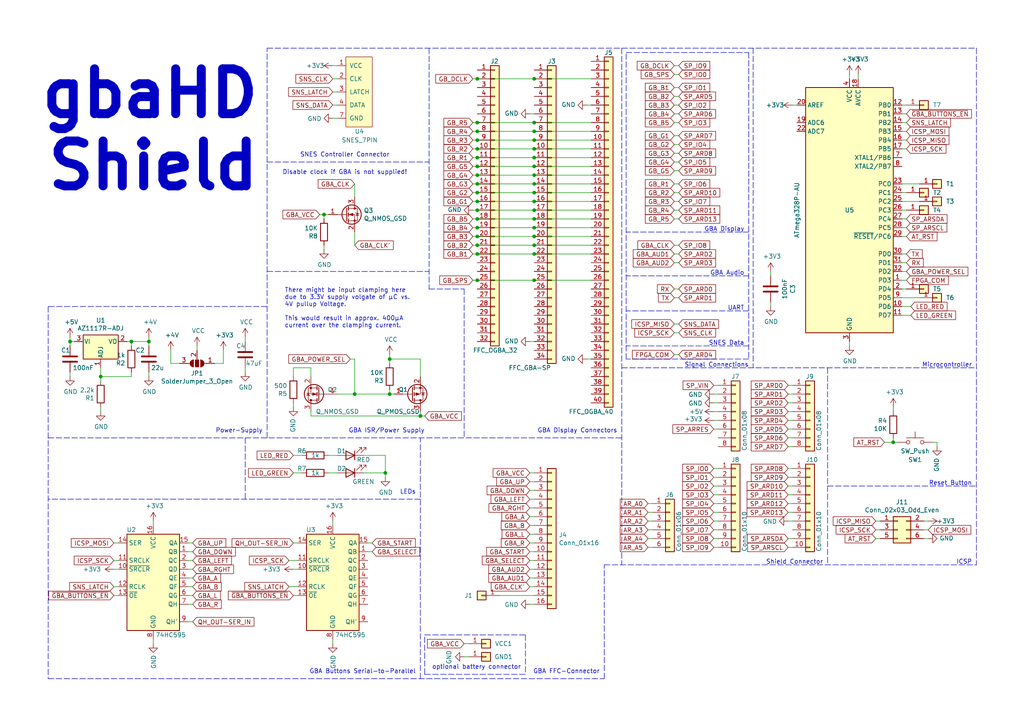
<source format=kicad_sch>
(kicad_sch (version 20211123) (generator eeschema)
  (paper "A4")
  (title_block (title "gbaHD Shield") (date "2022-03-10") (rev "v2") (comment 1 "made by: ManCloud") (comment 2 "Version: v20220310"))
  (lib_symbols
    (symbol "74xx:74HC595"
      (property "Reference" "U" (at -7.62 13.97 0))
      (property "Value" "74HC595" (at -7.62 -16.51 0))
      (symbol "74HC595_1_0"
        (pin tri_state line (at 10.16 7.62 180) (length 2.54) (name "QB") (number "1"))
        (pin input line (at -10.16 2.54 0) (length 2.54) (name "~{SRCLR}") (number "10"))
        (pin input line (at -10.16 5.08 0) (length 2.54) (name "SRCLK") (number "11"))
        (pin input line (at -10.16 -2.54 0) (length 2.54) (name "RCLK") (number "12"))
        (pin input line (at -10.16 -5.08 0) (length 2.54) (name "~{OE}") (number "13"))
        (pin input line (at -10.16 10.16 0) (length 2.54) (name "SER") (number "14"))
        (pin tri_state line (at 10.16 10.16 180) (length 2.54) (name "QA") (number "15"))
        (pin power_in line (at 0 15.24 270) (length 2.54) (name "VCC") (number "16"))
        (pin tri_state line (at 10.16 5.08 180) (length 2.54) (name "QC") (number "2"))
        (pin tri_state line (at 10.16 2.54 180) (length 2.54) (name "QD") (number "3"))
        (pin tri_state line (at 10.16 0 180) (length 2.54) (name "QE") (number "4"))
        (pin tri_state line (at 10.16 -2.54 180) (length 2.54) (name "QF") (number "5"))
        (pin tri_state line (at 10.16 -5.08 180) (length 2.54) (name "QG") (number "6"))
        (pin tri_state line (at 10.16 -7.62 180) (length 2.54) (name "QH") (number "7"))
        (pin power_in line (at 0 -17.78 90) (length 2.54) (name "GND") (number "8"))
        (pin output line (at 10.16 -12.7 180) (length 2.54) (name "QH'") (number "9"))
      )
    )
    (symbol "Connector_Generic:Conn_01x01" (pin_names (offset 1.016) hide)
      (property "Reference" "J" (at 0 2.54 0))
      (property "Value" "Conn_01x01" (at 0 -2.54 0))
      (symbol "Conn_01x01_1_1"
        (pin passive line (at -5.08 0 0) (length 3.81) (name "Pin_1") (number "1"))
      )
    )
    (symbol "Connector_Generic:Conn_01x06" (pin_names (offset 1.016) hide)
      (property "Reference" "J" (at 0 7.62 0))
      (property "Value" "Conn_01x06" (at 0 -10.16 0))
      (symbol "Conn_01x06_1_1"
        (pin passive line (at -5.08 5.08 0) (length 3.81) (name "Pin_1") (number "1"))
        (pin passive line (at -5.08 2.54 0) (length 3.81) (name "Pin_2") (number "2"))
        (pin passive line (at -5.08 0 0) (length 3.81) (name "Pin_3") (number "3"))
        (pin passive line (at -5.08 -2.54 0) (length 3.81) (name "Pin_4") (number "4"))
        (pin passive line (at -5.08 -5.08 0) (length 3.81) (name "Pin_5") (number "5"))
        (pin passive line (at -5.08 -7.62 0) (length 3.81) (name "Pin_6") (number "6"))
      )
    )
    (symbol "Connector_Generic:Conn_01x08" (pin_names (offset 1.016) hide)
      (property "Reference" "J" (at 0 10.16 0))
      (property "Value" "Conn_01x08" (at 0 -12.7 0))
      (symbol "Conn_01x08_1_1"
        (pin passive line (at -5.08 7.62 0) (length 3.81) (name "Pin_1") (number "1"))
        (pin passive line (at -5.08 5.08 0) (length 3.81) (name "Pin_2") (number "2"))
        (pin passive line (at -5.08 2.54 0) (length 3.81) (name "Pin_3") (number "3"))
        (pin passive line (at -5.08 0 0) (length 3.81) (name "Pin_4") (number "4"))
        (pin passive line (at -5.08 -2.54 0) (length 3.81) (name "Pin_5") (number "5"))
        (pin passive line (at -5.08 -5.08 0) (length 3.81) (name "Pin_6") (number "6"))
        (pin passive line (at -5.08 -7.62 0) (length 3.81) (name "Pin_7") (number "7"))
        (pin passive line (at -5.08 -10.16 0) (length 3.81) (name "Pin_8") (number "8"))
      )
    )
    (symbol "Connector_Generic:Conn_01x10" (pin_names (offset 1.016) hide)
      (property "Reference" "J" (at 0 12.7 0))
      (property "Value" "Conn_01x10" (at 0 -15.24 0))
      (symbol "Conn_01x10_1_1"
        (pin passive line (at -5.08 10.16 0) (length 3.81) (name "Pin_1") (number "1"))
        (pin passive line (at -5.08 -12.7 0) (length 3.81) (name "Pin_10") (number "10"))
        (pin passive line (at -5.08 7.62 0) (length 3.81) (name "Pin_2") (number "2"))
        (pin passive line (at -5.08 5.08 0) (length 3.81) (name "Pin_3") (number "3"))
        (pin passive line (at -5.08 2.54 0) (length 3.81) (name "Pin_4") (number "4"))
        (pin passive line (at -5.08 0 0) (length 3.81) (name "Pin_5") (number "5"))
        (pin passive line (at -5.08 -2.54 0) (length 3.81) (name "Pin_6") (number "6"))
        (pin passive line (at -5.08 -5.08 0) (length 3.81) (name "Pin_7") (number "7"))
        (pin passive line (at -5.08 -7.62 0) (length 3.81) (name "Pin_8") (number "8"))
        (pin passive line (at -5.08 -10.16 0) (length 3.81) (name "Pin_9") (number "9"))
      )
    )
    (symbol "Connector_Generic:Conn_01x16" (pin_names (offset 1.016) hide)
      (property "Reference" "J" (at 0 20.32 0))
      (property "Value" "Conn_01x16" (at 0 -22.86 0))
      (symbol "Conn_01x16_1_1"
        (pin passive line (at -5.08 17.78 0) (length 3.81) (name "Pin_1") (number "1"))
        (pin passive line (at -5.08 -5.08 0) (length 3.81) (name "Pin_10") (number "10"))
        (pin passive line (at -5.08 -7.62 0) (length 3.81) (name "Pin_11") (number "11"))
        (pin passive line (at -5.08 -10.16 0) (length 3.81) (name "Pin_12") (number "12"))
        (pin passive line (at -5.08 -12.7 0) (length 3.81) (name "Pin_13") (number "13"))
        (pin passive line (at -5.08 -15.24 0) (length 3.81) (name "Pin_14") (number "14"))
        (pin passive line (at -5.08 -17.78 0) (length 3.81) (name "Pin_15") (number "15"))
        (pin passive line (at -5.08 -20.32 0) (length 3.81) (name "Pin_16") (number "16"))
        (pin passive line (at -5.08 15.24 0) (length 3.81) (name "Pin_2") (number "2"))
        (pin passive line (at -5.08 12.7 0) (length 3.81) (name "Pin_3") (number "3"))
        (pin passive line (at -5.08 10.16 0) (length 3.81) (name "Pin_4") (number "4"))
        (pin passive line (at -5.08 7.62 0) (length 3.81) (name "Pin_5") (number "5"))
        (pin passive line (at -5.08 5.08 0) (length 3.81) (name "Pin_6") (number "6"))
        (pin passive line (at -5.08 2.54 0) (length 3.81) (name "Pin_7") (number "7"))
        (pin passive line (at -5.08 0 0) (length 3.81) (name "Pin_8") (number "8"))
        (pin passive line (at -5.08 -2.54 0) (length 3.81) (name "Pin_9") (number "9"))
      )
    )
    (symbol "Connector_Generic:Conn_01x32" (pin_names (offset 1.016) hide)
      (property "Reference" "J" (at 0 40.64 0))
      (property "Value" "Conn_01x32" (at 0 -43.18 0))
      (symbol "Conn_01x32_1_1"
        (pin passive line (at -5.08 38.1 0) (length 3.81) (name "Pin_1") (number "1"))
        (pin passive line (at -5.08 15.24 0) (length 3.81) (name "Pin_10") (number "10"))
        (pin passive line (at -5.08 12.7 0) (length 3.81) (name "Pin_11") (number "11"))
        (pin passive line (at -5.08 10.16 0) (length 3.81) (name "Pin_12") (number "12"))
        (pin passive line (at -5.08 7.62 0) (length 3.81) (name "Pin_13") (number "13"))
        (pin passive line (at -5.08 5.08 0) (length 3.81) (name "Pin_14") (number "14"))
        (pin passive line (at -5.08 2.54 0) (length 3.81) (name "Pin_15") (number "15"))
        (pin passive line (at -5.08 0 0) (length 3.81) (name "Pin_16") (number "16"))
        (pin passive line (at -5.08 -2.54 0) (length 3.81) (name "Pin_17") (number "17"))
        (pin passive line (at -5.08 -5.08 0) (length 3.81) (name "Pin_18") (number "18"))
        (pin passive line (at -5.08 -7.62 0) (length 3.81) (name "Pin_19") (number "19"))
        (pin passive line (at -5.08 35.56 0) (length 3.81) (name "Pin_2") (number "2"))
        (pin passive line (at -5.08 -10.16 0) (length 3.81) (name "Pin_20") (number "20"))
        (pin passive line (at -5.08 -12.7 0) (length 3.81) (name "Pin_21") (number "21"))
        (pin passive line (at -5.08 -15.24 0) (length 3.81) (name "Pin_22") (number "22"))
        (pin passive line (at -5.08 -17.78 0) (length 3.81) (name "Pin_23") (number "23"))
        (pin passive line (at -5.08 -20.32 0) (length 3.81) (name "Pin_24") (number "24"))
        (pin passive line (at -5.08 -22.86 0) (length 3.81) (name "Pin_25") (number "25"))
        (pin passive line (at -5.08 -25.4 0) (length 3.81) (name "Pin_26") (number "26"))
        (pin passive line (at -5.08 -27.94 0) (length 3.81) (name "Pin_27") (number "27"))
        (pin passive line (at -5.08 -30.48 0) (length 3.81) (name "Pin_28") (number "28"))
        (pin passive line (at -5.08 -33.02 0) (length 3.81) (name "Pin_29") (number "29"))
        (pin passive line (at -5.08 33.02 0) (length 3.81) (name "Pin_3") (number "3"))
        (pin passive line (at -5.08 -35.56 0) (length 3.81) (name "Pin_30") (number "30"))
        (pin passive line (at -5.08 -38.1 0) (length 3.81) (name "Pin_31") (number "31"))
        (pin passive line (at -5.08 -40.64 0) (length 3.81) (name "Pin_32") (number "32"))
        (pin passive line (at -5.08 30.48 0) (length 3.81) (name "Pin_4") (number "4"))
        (pin passive line (at -5.08 27.94 0) (length 3.81) (name "Pin_5") (number "5"))
        (pin passive line (at -5.08 25.4 0) (length 3.81) (name "Pin_6") (number "6"))
        (pin passive line (at -5.08 22.86 0) (length 3.81) (name "Pin_7") (number "7"))
        (pin passive line (at -5.08 20.32 0) (length 3.81) (name "Pin_8") (number "8"))
        (pin passive line (at -5.08 17.78 0) (length 3.81) (name "Pin_9") (number "9"))
      )
    )
    (symbol "Connector_Generic:Conn_01x34" (pin_names (offset 1.016) hide)
      (property "Reference" "J" (at 0 43.18 0))
      (property "Value" "Conn_01x34" (at 0 -45.72 0))
      (symbol "Conn_01x34_1_1"
        (pin passive line (at -5.08 40.64 0) (length 3.81) (name "Pin_1") (number "1"))
        (pin passive line (at -5.08 17.78 0) (length 3.81) (name "Pin_10") (number "10"))
        (pin passive line (at -5.08 15.24 0) (length 3.81) (name "Pin_11") (number "11"))
        (pin passive line (at -5.08 12.7 0) (length 3.81) (name "Pin_12") (number "12"))
        (pin passive line (at -5.08 10.16 0) (length 3.81) (name "Pin_13") (number "13"))
        (pin passive line (at -5.08 7.62 0) (length 3.81) (name "Pin_14") (number "14"))
        (pin passive line (at -5.08 5.08 0) (length 3.81) (name "Pin_15") (number "15"))
        (pin passive line (at -5.08 2.54 0) (length 3.81) (name "Pin_16") (number "16"))
        (pin passive line (at -5.08 0 0) (length 3.81) (name "Pin_17") (number "17"))
        (pin passive line (at -5.08 -2.54 0) (length 3.81) (name "Pin_18") (number "18"))
        (pin passive line (at -5.08 -5.08 0) (length 3.81) (name "Pin_19") (number "19"))
        (pin passive line (at -5.08 38.1 0) (length 3.81) (name "Pin_2") (number "2"))
        (pin passive line (at -5.08 -7.62 0) (length 3.81) (name "Pin_20") (number "20"))
        (pin passive line (at -5.08 -10.16 0) (length 3.81) (name "Pin_21") (number "21"))
        (pin passive line (at -5.08 -12.7 0) (length 3.81) (name "Pin_22") (number "22"))
        (pin passive line (at -5.08 -15.24 0) (length 3.81) (name "Pin_23") (number "23"))
        (pin passive line (at -5.08 -17.78 0) (length 3.81) (name "Pin_24") (number "24"))
        (pin passive line (at -5.08 -20.32 0) (length 3.81) (name "Pin_25") (number "25"))
        (pin passive line (at -5.08 -22.86 0) (length 3.81) (name "Pin_26") (number "26"))
        (pin passive line (at -5.08 -25.4 0) (length 3.81) (name "Pin_27") (number "27"))
        (pin passive line (at -5.08 -27.94 0) (length 3.81) (name "Pin_28") (number "28"))
        (pin passive line (at -5.08 -30.48 0) (length 3.81) (name "Pin_29") (number "29"))
        (pin passive line (at -5.08 35.56 0) (length 3.81) (name "Pin_3") (number "3"))
        (pin passive line (at -5.08 -33.02 0) (length 3.81) (name "Pin_30") (number "30"))
        (pin passive line (at -5.08 -35.56 0) (length 3.81) (name "Pin_31") (number "31"))
        (pin passive line (at -5.08 -38.1 0) (length 3.81) (name "Pin_32") (number "32"))
        (pin passive line (at -5.08 -40.64 0) (length 3.81) (name "Pin_33") (number "33"))
        (pin passive line (at -5.08 -43.18 0) (length 3.81) (name "Pin_34") (number "34"))
        (pin passive line (at -5.08 33.02 0) (length 3.81) (name "Pin_4") (number "4"))
        (pin passive line (at -5.08 30.48 0) (length 3.81) (name "Pin_5") (number "5"))
        (pin passive line (at -5.08 27.94 0) (length 3.81) (name "Pin_6") (number "6"))
        (pin passive line (at -5.08 25.4 0) (length 3.81) (name "Pin_7") (number "7"))
        (pin passive line (at -5.08 22.86 0) (length 3.81) (name "Pin_8") (number "8"))
        (pin passive line (at -5.08 20.32 0) (length 3.81) (name "Pin_9") (number "9"))
      )
    )
    (symbol "Connector_Generic:Conn_01x40" (pin_names (offset 1.016) hide)
      (property "Reference" "J" (at 0 50.8 0))
      (property "Value" "Conn_01x40" (at 0 -53.34 0))
      (symbol "Conn_01x40_1_1"
        (pin passive line (at -5.08 48.26 0) (length 3.81) (name "Pin_1") (number "1"))
        (pin passive line (at -5.08 25.4 0) (length 3.81) (name "Pin_10") (number "10"))
        (pin passive line (at -5.08 22.86 0) (length 3.81) (name "Pin_11") (number "11"))
        (pin passive line (at -5.08 20.32 0) (length 3.81) (name "Pin_12") (number "12"))
        (pin passive line (at -5.08 17.78 0) (length 3.81) (name "Pin_13") (number "13"))
        (pin passive line (at -5.08 15.24 0) (length 3.81) (name "Pin_14") (number "14"))
        (pin passive line (at -5.08 12.7 0) (length 3.81) (name "Pin_15") (number "15"))
        (pin passive line (at -5.08 10.16 0) (length 3.81) (name "Pin_16") (number "16"))
        (pin passive line (at -5.08 7.62 0) (length 3.81) (name "Pin_17") (number "17"))
        (pin passive line (at -5.08 5.08 0) (length 3.81) (name "Pin_18") (number "18"))
        (pin passive line (at -5.08 2.54 0) (length 3.81) (name "Pin_19") (number "19"))
        (pin passive line (at -5.08 45.72 0) (length 3.81) (name "Pin_2") (number "2"))
        (pin passive line (at -5.08 0 0) (length 3.81) (name "Pin_20") (number "20"))
        (pin passive line (at -5.08 -2.54 0) (length 3.81) (name "Pin_21") (number "21"))
        (pin passive line (at -5.08 -5.08 0) (length 3.81) (name "Pin_22") (number "22"))
        (pin passive line (at -5.08 -7.62 0) (length 3.81) (name "Pin_23") (number "23"))
        (pin passive line (at -5.08 -10.16 0) (length 3.81) (name "Pin_24") (number "24"))
        (pin passive line (at -5.08 -12.7 0) (length 3.81) (name "Pin_25") (number "25"))
        (pin passive line (at -5.08 -15.24 0) (length 3.81) (name "Pin_26") (number "26"))
        (pin passive line (at -5.08 -17.78 0) (length 3.81) (name "Pin_27") (number "27"))
        (pin passive line (at -5.08 -20.32 0) (length 3.81) (name "Pin_28") (number "28"))
        (pin passive line (at -5.08 -22.86 0) (length 3.81) (name "Pin_29") (number "29"))
        (pin passive line (at -5.08 43.18 0) (length 3.81) (name "Pin_3") (number "3"))
        (pin passive line (at -5.08 -25.4 0) (length 3.81) (name "Pin_30") (number "30"))
        (pin passive line (at -5.08 -27.94 0) (length 3.81) (name "Pin_31") (number "31"))
        (pin passive line (at -5.08 -30.48 0) (length 3.81) (name "Pin_32") (number "32"))
        (pin passive line (at -5.08 -33.02 0) (length 3.81) (name "Pin_33") (number "33"))
        (pin passive line (at -5.08 -35.56 0) (length 3.81) (name "Pin_34") (number "34"))
        (pin passive line (at -5.08 -38.1 0) (length 3.81) (name "Pin_35") (number "35"))
        (pin passive line (at -5.08 -40.64 0) (length 3.81) (name "Pin_36") (number "36"))
        (pin passive line (at -5.08 -43.18 0) (length 3.81) (name "Pin_37") (number "37"))
        (pin passive line (at -5.08 -45.72 0) (length 3.81) (name "Pin_38") (number "38"))
        (pin passive line (at -5.08 -48.26 0) (length 3.81) (name "Pin_39") (number "39"))
        (pin passive line (at -5.08 40.64 0) (length 3.81) (name "Pin_4") (number "4"))
        (pin passive line (at -5.08 -50.8 0) (length 3.81) (name "Pin_40") (number "40"))
        (pin passive line (at -5.08 38.1 0) (length 3.81) (name "Pin_5") (number "5"))
        (pin passive line (at -5.08 35.56 0) (length 3.81) (name "Pin_6") (number "6"))
        (pin passive line (at -5.08 33.02 0) (length 3.81) (name "Pin_7") (number "7"))
        (pin passive line (at -5.08 30.48 0) (length 3.81) (name "Pin_8") (number "8"))
        (pin passive line (at -5.08 27.94 0) (length 3.81) (name "Pin_9") (number "9"))
      )
    )
    (symbol "Connector_Generic:Conn_02x03_Odd_Even" (pin_names (offset 1.016) hide)
      (property "Reference" "J" (at 1.27 5.08 0))
      (property "Value" "Conn_02x03_Odd_Even" (at 1.27 -5.08 0))
      (symbol "Conn_02x03_Odd_Even_1_1"
        (pin passive line (at -5.08 2.54 0) (length 3.81) (name "Pin_1") (number "1"))
        (pin passive line (at 7.62 2.54 180) (length 3.81) (name "Pin_2") (number "2"))
        (pin passive line (at -5.08 0 0) (length 3.81) (name "Pin_3") (number "3"))
        (pin passive line (at 7.62 0 180) (length 3.81) (name "Pin_4") (number "4"))
        (pin passive line (at -5.08 -2.54 0) (length 3.81) (name "Pin_5") (number "5"))
        (pin passive line (at 7.62 -2.54 180) (length 3.81) (name "Pin_6") (number "6"))
      )
    )
    (symbol "Device:C" (pin_numbers hide) (pin_names (offset 0.254))
      (property "Reference" "C" (at 0.635 2.54 0))
      (property "Value" "C" (at 0.635 -2.54 0))
      (symbol "C_1_1"
        (pin passive line (at 0 3.81 270) (length 2.794) (name "~") (number "1"))
        (pin passive line (at 0 -3.81 90) (length 2.794) (name "~") (number "2"))
      )
    )
    (symbol "Device:LED" (pin_numbers hide) (pin_names (offset 1.016) hide)
      (property "Reference" "D" (at 0 2.54 0))
      (property "Value" "LED" (at 0 -2.54 0))
      (symbol "LED_1_1"
        (pin passive line (at -3.81 0 0) (length 2.54) (name "K") (number "1"))
        (pin passive line (at 3.81 0 180) (length 2.54) (name "A") (number "2"))
      )
    )
    (symbol "Device:Q_NMOS_GSD" (pin_names (offset 0) hide)
      (property "Reference" "Q" (at 5.08 1.27 0))
      (property "Value" "Q_NMOS_GSD" (at 5.08 -1.27 0))
      (symbol "Q_NMOS_GSD_1_1"
        (pin input line (at -5.08 0 0) (length 2.54) (name "G") (number "1"))
        (pin passive line (at 2.54 -5.08 90) (length 2.54) (name "S") (number "2"))
        (pin passive line (at 2.54 5.08 270) (length 2.54) (name "D") (number "3"))
      )
    )
    (symbol "Device:Q_PMOS_GSD" (pin_names (offset 0) hide)
      (property "Reference" "Q" (at 5.08 1.27 0))
      (property "Value" "Q_PMOS_GSD" (at 5.08 -1.27 0))
      (symbol "Q_PMOS_GSD_1_1"
        (pin input line (at -5.08 0 0) (length 2.54) (name "G") (number "1"))
        (pin passive line (at 2.54 -5.08 90) (length 2.54) (name "S") (number "2"))
        (pin passive line (at 2.54 5.08 270) (length 2.54) (name "D") (number "3"))
      )
    )
    (symbol "Device:R" (pin_numbers hide) (pin_names (offset 0))
      (property "Reference" "R" (at 2.032 0 90))
      (property "Value" "R" (at 0 0 90))
      (symbol "R_1_1"
        (pin passive line (at 0 3.81 270) (length 1.27) (name "~") (number "1"))
        (pin passive line (at 0 -3.81 90) (length 1.27) (name "~") (number "2"))
      )
    )
    (symbol "GBAHD_Shield-rescue:SNES_7PIN-Raizu" (pin_names (offset 1.016))
      (property "Reference" "U" (at -3.81 -8.89 0))
      (property "Value" "SNES_7PIN-Raizu" (at 0 7.62 0))
      (symbol "SNES_7PIN-Raizu_1_1"
        (pin input line (at -7.62 -6.35 90) (length 2.54) (name "VCC") (number "1"))
        (pin input line (at -3.81 -6.35 90) (length 2.54) (name "CLK") (number "2"))
        (pin input line (at 0 -6.35 90) (length 2.54) (name "LATCH") (number "3"))
        (pin input line (at 3.81 -6.35 90) (length 2.54) (name "DATA") (number "4"))
        (pin input line (at 7.62 -6.35 90) (length 2.54) (name "GND") (number "7"))
      )
    )
    (symbol "Jumper:SolderJumper_3_Open" (pin_names (offset 0) hide)
      (property "Reference" "JP" (at -2.54 -2.54 0))
      (property "Value" "SolderJumper_3_Open" (at 0 2.794 0))
      (symbol "SolderJumper_3_Open_1_1"
        (pin passive line (at -5.08 0 0) (length 2.54) (name "A") (number "1"))
        (pin input line (at 0 -3.81 90) (length 2.54) (name "C") (number "2"))
        (pin passive line (at 5.08 0 180) (length 2.54) (name "B") (number "3"))
      )
    )
    (symbol "MCU_Microchip_ATmega:ATmega328P-AU"
      (property "Reference" "U" (at -12.7 36.83 0))
      (property "Value" "MCU_Microchip_ATmega_ATmega328P-AU" (at 2.54 -36.83 0))
      (symbol "ATmega328P-AU_1_1"
        (pin bidirectional line (at 15.24 -20.32 180) (length 2.54) (name "PD3") (number "1"))
        (pin bidirectional line (at 15.24 -27.94 180) (length 2.54) (name "PD6") (number "10"))
        (pin bidirectional line (at 15.24 -30.48 180) (length 2.54) (name "PD7") (number "11"))
        (pin bidirectional line (at 15.24 30.48 180) (length 2.54) (name "PB0") (number "12"))
        (pin bidirectional line (at 15.24 27.94 180) (length 2.54) (name "PB1") (number "13"))
        (pin bidirectional line (at 15.24 25.4 180) (length 2.54) (name "PB2") (number "14"))
        (pin bidirectional line (at 15.24 22.86 180) (length 2.54) (name "PB3") (number "15"))
        (pin bidirectional line (at 15.24 20.32 180) (length 2.54) (name "PB4") (number "16"))
        (pin bidirectional line (at 15.24 17.78 180) (length 2.54) (name "PB5") (number "17"))
        (pin power_in line (at 2.54 38.1 270) (length 2.54) (name "AVCC") (number "18"))
        (pin input line (at -15.24 25.4 0) (length 2.54) (name "ADC6") (number "19"))
        (pin bidirectional line (at 15.24 -22.86 180) (length 2.54) (name "PD4") (number "2"))
        (pin passive line (at -15.24 30.48 0) (length 2.54) (name "AREF") (number "20"))
        (pin passive line (at 0 -38.1 90) (length 2.54) hide (name "GND") (number "21"))
        (pin input line (at -15.24 22.86 0) (length 2.54) (name "ADC7") (number "22"))
        (pin bidirectional line (at 15.24 7.62 180) (length 2.54) (name "PC0") (number "23"))
        (pin bidirectional line (at 15.24 5.08 180) (length 2.54) (name "PC1") (number "24"))
        (pin bidirectional line (at 15.24 2.54 180) (length 2.54) (name "PC2") (number "25"))
        (pin bidirectional line (at 15.24 0 180) (length 2.54) (name "PC3") (number "26"))
        (pin bidirectional line (at 15.24 -2.54 180) (length 2.54) (name "PC4") (number "27"))
        (pin bidirectional line (at 15.24 -5.08 180) (length 2.54) (name "PC5") (number "28"))
        (pin bidirectional line (at 15.24 -7.62 180) (length 2.54) (name "~{RESET}/PC6") (number "29"))
        (pin power_in line (at 0 -38.1 90) (length 2.54) (name "GND") (number "3"))
        (pin bidirectional line (at 15.24 -12.7 180) (length 2.54) (name "PD0") (number "30"))
        (pin bidirectional line (at 15.24 -15.24 180) (length 2.54) (name "PD1") (number "31"))
        (pin bidirectional line (at 15.24 -17.78 180) (length 2.54) (name "PD2") (number "32"))
        (pin power_in line (at 0 38.1 270) (length 2.54) (name "VCC") (number "4"))
        (pin passive line (at 0 -38.1 90) (length 2.54) hide (name "GND") (number "5"))
        (pin passive line (at 0 38.1 270) (length 2.54) hide (name "VCC") (number "6"))
        (pin bidirectional line (at 15.24 15.24 180) (length 2.54) (name "XTAL1/PB6") (number "7"))
        (pin bidirectional line (at 15.24 12.7 180) (length 2.54) (name "XTAL2/PB7") (number "8"))
        (pin bidirectional line (at 15.24 -25.4 180) (length 2.54) (name "PD5") (number "9"))
      )
    )
    (symbol "Regulator_Linear:AZ1117R-ADJ" (pin_names (offset 0.254))
      (property "Reference" "U" (at -3.81 3.175 0))
      (property "Value" "AZ1117R-ADJ" (at 0 3.175 0))
      (symbol "AZ1117R-ADJ_1_1"
        (pin input line (at 0 -7.62 90) (length 2.54) (name "ADJ") (number "1"))
        (pin power_out line (at 7.62 0 180) (length 2.54) (name "VO") (number "2"))
        (pin power_in line (at -7.62 0 0) (length 2.54) (name "VI") (number "3"))
      )
    )
    (symbol "Switch:SW_Push" (pin_numbers hide) (pin_names (offset 1.016) hide)
      (property "Reference" "SW" (at 1.27 2.54 0))
      (property "Value" "SW_Push" (at 0 -1.524 0))
      (symbol "SW_Push_0_1"
        (pin passive line (at -5.08 0 0) (length 2.54) (name "1") (number "1"))
        (pin passive line (at 5.08 0 180) (length 2.54) (name "2") (number "2"))
      )
    )
    (symbol "power:+3V3" (power) (pin_names (offset 0))
      (property "Value" "+3V3" (at 0 3.556 0))
      (symbol "+3V3_1_1"
        (pin power_in line (at 0 0 90) (length 0) hide (name "+3V3") (number "1"))
      )
    )
    (symbol "power:+4V" (power) (pin_names (offset 0))
      (property "Value" "+4V" (at 0 3.556 0))
      (symbol "+4V_1_1"
        (pin power_in line (at 0 0 90) (length 0) hide (name "+4V") (number "1"))
      )
    )
    (symbol "power:+5V" (power) (pin_names (offset 0))
      (property "Value" "+5V" (at 0 3.556 0))
      (symbol "+5V_1_1"
        (pin power_in line (at 0 0 90) (length 0) hide (name "+5V") (number "1"))
      )
    )
    (symbol "power:GND" (power) (pin_names (offset 0))
      (property "Value" "GND" (at 0 -3.81 0))
      (symbol "GND_1_1"
        (pin power_in line (at 0 0 270) (length 0) hide (name "GND") (number "1"))
      )
    )
    (symbol "power:VCC" (power) (pin_names (offset 0))
      (property "Value" "VCC" (at 0 3.81 0))
      (symbol "VCC_1_1"
        (pin power_in line (at 0 0 90) (length 0) hide (name "VCC") (number "1"))
      )
    )
  )
  (junction (at 138.43 40.64))
  (junction (at 121.92 120.65))
  (junction (at 138.43 60.96))
  (junction (at 154.94 63.5))
  (junction (at 138.43 22.86))
  (junction (at 138.43 35.56))
  (junction (at 154.94 53.34))
  (junction (at 259.08 128.27))
  (junction (at 138.43 48.26))
  (junction (at 138.43 38.1))
  (junction (at 138.43 73.66))
  (junction (at 113.03 104.14))
  (junction (at 113.03 114.3))
  (junction (at 93.98 62.23))
  (junction (at 154.94 43.18))
  (junction (at 154.94 38.1))
  (junction (at 138.43 53.34))
  (junction (at 38.1 99.06))
  (junction (at 154.94 58.42))
  (junction (at 154.94 22.86))
  (junction (at 29.21 109.22))
  (junction (at 138.43 81.28))
  (junction (at 154.94 68.58))
  (junction (at 138.43 45.72))
  (junction (at 102.87 114.3))
  (junction (at 154.94 45.72))
  (junction (at 138.43 68.58))
  (junction (at 154.94 40.64))
  (junction (at 154.94 55.88))
  (junction (at 154.94 81.28))
  (junction (at 138.43 50.8))
  (junction (at 20.32 99.06))
  (junction (at 154.94 50.8))
  (junction (at 138.43 43.18))
  (junction (at 138.43 63.5))
  (junction (at 138.43 58.42))
  (junction (at 138.43 55.88))
  (junction (at 111.76 137.16))
  (junction (at 138.43 66.04))
  (junction (at 43.18 99.06))
  (junction (at 154.94 71.12))
  (junction (at 154.94 35.56))
  (junction (at 154.94 73.66))
  (junction (at 154.94 60.96))
  (junction (at 154.94 48.26))
  (junction (at 138.43 71.12))
  (junction (at 154.94 66.04))
  (wire (pts (xy 102.87 53.34) (xy 102.87 57.15)))
  (wire (pts (xy 85.09 106.68) (xy 85.09 109.22)))
  (wire (pts (xy 196.85 21.59) (xy 195.58 21.59)))
  (wire (pts (xy 20.32 109.22) (xy 20.32 107.95)))
  (polyline (pts (xy 121.92 196.85) (xy 121.92 127)))
  (wire (pts (xy 83.82 170.18) (xy 86.36 170.18)))
  (wire (pts (xy 138.43 38.1) (xy 154.94 38.1)))
  (wire (pts (xy 64.77 105.41) (xy 64.77 101.6)))
  (polyline (pts (xy 180.34 106.68) (xy 283.21 106.68)))
  (wire (pts (xy 154.94 157.48) (xy 153.67 157.48)))
  (polyline (pts (xy 217.17 67.31) (xy 181.61 67.31)))
  (wire (pts (xy 96.52 22.86) (xy 97.79 22.86)))
  (wire (pts (xy 113.03 102.87) (xy 113.03 104.14)))
  (wire (pts (xy 85.09 116.84) (xy 85.09 118.11)))
  (polyline (pts (xy 218.44 13.97) (xy 218.44 106.68)))
  (wire (pts (xy 138.43 50.8) (xy 154.94 50.8)))
  (wire (pts (xy 262.89 63.5) (xy 261.62 63.5)))
  (wire (pts (xy 154.94 22.86) (xy 171.45 22.86)))
  (wire (pts (xy 154.94 63.5) (xy 171.45 63.5)))
  (wire (pts (xy 195.58 93.98) (xy 196.85 93.98)))
  (wire (pts (xy 262.89 55.88) (xy 261.62 55.88)))
  (wire (pts (xy 33.02 170.18) (xy 34.29 170.18)))
  (wire (pts (xy 196.85 86.36) (xy 195.58 86.36)))
  (wire (pts (xy 138.43 58.42) (xy 154.94 58.42)))
  (wire (pts (xy 138.43 53.34) (xy 154.94 53.34)))
  (wire (pts (xy 113.03 113.03) (xy 113.03 114.3)))
  (wire (pts (xy 38.1 99.06) (xy 36.83 99.06)))
  (wire (pts (xy 138.43 66.04) (xy 154.94 66.04)))
  (wire (pts (xy 187.96 151.13) (xy 189.23 151.13)))
  (wire (pts (xy 195.58 49.53) (xy 196.85 49.53)))
  (wire (pts (xy 111.76 132.08) (xy 111.76 137.16)))
  (wire (pts (xy 138.43 71.12) (xy 154.94 71.12)))
  (wire (pts (xy 153.67 170.18) (xy 154.94 170.18)))
  (wire (pts (xy 121.92 104.14) (xy 113.03 104.14)))
  (wire (pts (xy 208.28 116.84) (xy 207.01 116.84)))
  (wire (pts (xy 33.02 165.1) (xy 34.29 165.1)))
  (wire (pts (xy 29.21 119.38) (xy 29.21 118.11)))
  (wire (pts (xy 195.58 63.5) (xy 196.85 63.5)))
  (wire (pts (xy 21.59 99.06) (xy 20.32 99.06)))
  (polyline (pts (xy 123.19 195.58) (xy 152.4 195.58)))
  (wire (pts (xy 49.53 105.41) (xy 49.53 101.6)))
  (wire (pts (xy 229.87 135.89) (xy 228.6 135.89)))
  (polyline (pts (xy 77.47 78.74) (xy 124.46 78.74)))
  (wire (pts (xy 187.96 146.05) (xy 189.23 146.05)))
  (wire (pts (xy 137.16 68.58) (xy 138.43 68.58)))
  (wire (pts (xy 138.43 81.28) (xy 154.94 81.28)))
  (wire (pts (xy 195.58 76.2) (xy 196.85 76.2)))
  (wire (pts (xy 138.43 81.28) (xy 137.16 81.28)))
  (wire (pts (xy 154.94 43.18) (xy 171.45 43.18)))
  (wire (pts (xy 138.43 55.88) (xy 154.94 55.88)))
  (polyline (pts (xy 123.19 195.58) (xy 123.19 184.15)))
  (wire (pts (xy 138.43 48.26) (xy 137.16 48.26)))
  (wire (pts (xy 154.94 152.4) (xy 153.67 152.4)))
  (wire (pts (xy 111.76 137.16) (xy 111.76 138.43)))
  (wire (pts (xy 97.79 19.05) (xy 96.52 19.05)))
  (wire (pts (xy 195.58 58.42) (xy 196.85 58.42)))
  (wire (pts (xy 38.1 100.33) (xy 38.1 99.06)))
  (wire (pts (xy 153.67 33.02) (xy 154.94 33.02)))
  (wire (pts (xy 90.17 120.65) (xy 90.17 119.38)))
  (wire (pts (xy 261.62 58.42) (xy 266.7 58.42)))
  (wire (pts (xy 269.24 153.67) (xy 267.97 153.67)))
  (wire (pts (xy 189.23 153.67) (xy 187.96 153.67)))
  (wire (pts (xy 171.45 40.64) (xy 154.94 40.64)))
  (wire (pts (xy 246.38 100.33) (xy 246.38 99.06)))
  (wire (pts (xy 229.87 114.3) (xy 228.6 114.3)))
  (wire (pts (xy 134.62 190.5) (xy 135.89 190.5)))
  (wire (pts (xy 96.52 34.29) (xy 97.79 34.29)))
  (wire (pts (xy 54.61 175.26) (xy 55.88 175.26)))
  (polyline (pts (xy 180.34 13.97) (xy 180.34 163.83)))
  (wire (pts (xy 29.21 110.49) (xy 29.21 109.22)))
  (wire (pts (xy 228.6 111.76) (xy 229.87 111.76)))
  (wire (pts (xy 90.17 109.22) (xy 90.17 106.68)))
  (wire (pts (xy 138.43 35.56) (xy 154.94 35.56)))
  (wire (pts (xy 44.45 186.69) (xy 44.45 185.42)))
  (wire (pts (xy 43.18 107.95) (xy 43.18 109.22)))
  (wire (pts (xy 54.61 172.72) (xy 55.88 172.72)))
  (wire (pts (xy 261.62 81.28) (xy 262.89 81.28)))
  (wire (pts (xy 154.94 35.56) (xy 171.45 35.56)))
  (wire (pts (xy 54.61 157.48) (xy 55.88 157.48)))
  (polyline (pts (xy 175.26 163.83) (xy 283.21 163.83)))
  (wire (pts (xy 93.98 63.5) (xy 93.98 62.23)))
  (wire (pts (xy 38.1 107.95) (xy 38.1 109.22)))
  (wire (pts (xy 154.94 137.16) (xy 153.67 137.16)))
  (wire (pts (xy 20.32 99.06) (xy 20.32 100.33)))
  (wire (pts (xy 154.94 142.24) (xy 153.67 142.24)))
  (wire (pts (xy 138.43 40.64) (xy 154.94 40.64)))
  (wire (pts (xy 137.16 63.5) (xy 138.43 63.5)))
  (wire (pts (xy 138.43 66.04) (xy 137.16 66.04)))
  (wire (pts (xy 138.43 53.34) (xy 137.16 53.34)))
  (wire (pts (xy 97.79 114.3) (xy 102.87 114.3)))
  (wire (pts (xy 207.01 135.89) (xy 208.28 135.89)))
  (wire (pts (xy 261.62 91.44) (xy 264.16 91.44)))
  (wire (pts (xy 196.85 46.99) (xy 195.58 46.99)))
  (wire (pts (xy 170.18 30.48) (xy 171.45 30.48)))
  (polyline (pts (xy 217.17 104.14) (xy 181.61 104.14)))
  (wire (pts (xy 208.28 148.59) (xy 207.01 148.59)))
  (wire (pts (xy 138.43 22.86) (xy 154.94 22.86)))
  (wire (pts (xy 137.16 35.56) (xy 138.43 35.56)))
  (wire (pts (xy 267.97 151.13) (xy 269.24 151.13)))
  (wire (pts (xy 208.28 111.76) (xy 207.01 111.76)))
  (wire (pts (xy 154.94 50.8) (xy 171.45 50.8)))
  (wire (pts (xy 195.58 35.56) (xy 196.85 35.56)))
  (wire (pts (xy 254 156.21) (xy 255.27 156.21)))
  (wire (pts (xy 102.87 104.14) (xy 102.87 114.3)))
  (wire (pts (xy 228.6 127) (xy 229.87 127)))
  (wire (pts (xy 261.62 66.04) (xy 262.89 66.04)))
  (wire (pts (xy 262.89 68.58) (xy 261.62 68.58)))
  (wire (pts (xy 189.23 158.75) (xy 187.96 158.75)))
  (wire (pts (xy 189.23 148.59) (xy 187.96 148.59)))
  (polyline (pts (xy 77.47 127) (xy 77.47 13.97)))
  (wire (pts (xy 195.58 39.37) (xy 196.85 39.37)))
  (wire (pts (xy 144.78 172.72) (xy 154.94 172.72)))
  (wire (pts (xy 261.62 88.9) (xy 264.16 88.9)))
  (wire (pts (xy 229.87 143.51) (xy 228.6 143.51)))
  (polyline (pts (xy 283.21 13.97) (xy 283.21 163.83)))
  (polyline (pts (xy 124.46 13.97) (xy 124.46 83.82)))
  (wire (pts (xy 262.89 83.82) (xy 261.62 83.82)))
  (wire (pts (xy 54.61 165.1) (xy 55.88 165.1)))
  (wire (pts (xy 228.6 138.43) (xy 229.87 138.43)))
  (wire (pts (xy 246.38 21.59) (xy 246.38 22.86)))
  (wire (pts (xy 229.87 129.54) (xy 228.6 129.54)))
  (wire (pts (xy 106.68 157.48) (xy 107.95 157.48)))
  (wire (pts (xy 137.16 22.86) (xy 138.43 22.86)))
  (wire (pts (xy 85.09 157.48) (xy 86.36 157.48)))
  (wire (pts (xy 170.18 104.14) (xy 171.45 104.14)))
  (wire (pts (xy 195.58 83.82) (xy 196.85 83.82)))
  (wire (pts (xy 195.58 19.05) (xy 196.85 19.05)))
  (wire (pts (xy 85.09 165.1) (xy 86.36 165.1)))
  (wire (pts (xy 207.01 146.05) (xy 208.28 146.05)))
  (wire (pts (xy 196.85 96.52) (xy 195.58 96.52)))
  (wire (pts (xy 229.87 158.75) (xy 228.6 158.75)))
  (wire (pts (xy 261.62 76.2) (xy 262.89 76.2)))
  (wire (pts (xy 154.94 162.56) (xy 153.67 162.56)))
  (wire (pts (xy 54.61 167.64) (xy 55.88 167.64)))
  (wire (pts (xy 138.43 71.12) (xy 137.16 71.12)))
  (wire (pts (xy 113.03 114.3) (xy 114.3 114.3)))
  (wire (pts (xy 33.02 162.56) (xy 34.29 162.56)))
  (wire (pts (xy 195.58 71.12) (xy 196.85 71.12)))
  (wire (pts (xy 195.58 30.48) (xy 196.85 30.48)))
  (wire (pts (xy 259.08 119.38) (xy 259.08 118.11)))
  (wire (pts (xy 154.94 147.32) (xy 153.67 147.32)))
  (polyline (pts (xy 13.97 88.9) (xy 13.97 196.85)))
  (polyline (pts (xy 240.03 140.97) (xy 283.21 140.97)))
  (wire (pts (xy 102.87 67.31) (xy 102.87 71.12)))
  (polyline (pts (xy 217.17 15.24) (xy 217.17 104.14)))
  (polyline (pts (xy 217.17 80.01) (xy 181.61 80.01)))
  (wire (pts (xy 195.58 25.4) (xy 196.85 25.4)))
  (wire (pts (xy 196.85 55.88) (xy 195.58 55.88)))
  (wire (pts (xy 121.92 120.65) (xy 90.17 120.65)))
  (wire (pts (xy 195.58 102.87) (xy 196.85 102.87)))
  (wire (pts (xy 57.15 101.6) (xy 57.15 100.33)))
  (wire (pts (xy 153.67 154.94) (xy 154.94 154.94)))
  (polyline (pts (xy 121.92 144.78) (xy 13.97 144.78)))
  (wire (pts (xy 259.08 128.27) (xy 259.08 127)))
  (wire (pts (xy 137.16 55.88) (xy 138.43 55.88)))
  (wire (pts (xy 33.02 172.72) (xy 34.29 172.72)))
  (wire (pts (xy 171.45 45.72) (xy 154.94 45.72)))
  (wire (pts (xy 229.87 119.38) (xy 228.6 119.38)))
  (wire (pts (xy 223.52 78.74) (xy 223.52 80.01)))
  (wire (pts (xy 71.12 106.68) (xy 71.12 107.95)))
  (wire (pts (xy 208.28 143.51) (xy 207.01 143.51)))
  (wire (pts (xy 121.92 109.22) (xy 121.92 104.14)))
  (wire (pts (xy 196.85 73.66) (xy 195.58 73.66)))
  (wire (pts (xy 154.94 73.66) (xy 171.45 73.66)))
  (wire (pts (xy 195.58 44.45) (xy 196.85 44.45)))
  (wire (pts (xy 171.45 55.88) (xy 154.94 55.88)))
  (wire (pts (xy 137.16 45.72) (xy 138.43 45.72)))
  (wire (pts (xy 153.67 175.26) (xy 154.94 175.26)))
  (wire (pts (xy 262.89 60.96) (xy 261.62 60.96)))
  (wire (pts (xy 207.01 114.3) (xy 208.28 114.3)))
  (wire (pts (xy 207.01 140.97) (xy 208.28 140.97)))
  (wire (pts (xy 228.6 146.05) (xy 229.87 146.05)))
  (wire (pts (xy 154.94 53.34) (xy 171.45 53.34)))
  (wire (pts (xy 229.87 124.46) (xy 228.6 124.46)))
  (wire (pts (xy 153.67 165.1) (xy 154.94 165.1)))
  (wire (pts (xy 207.01 124.46) (xy 208.28 124.46)))
  (wire (pts (xy 223.52 88.9) (xy 223.52 87.63)))
  (wire (pts (xy 255.27 153.67) (xy 254 153.67)))
  (wire (pts (xy 93.98 72.39) (xy 93.98 71.12)))
  (polyline (pts (xy 77.47 13.97) (xy 283.21 13.97)))
  (wire (pts (xy 96.52 30.48) (xy 97.79 30.48)))
  (wire (pts (xy 33.02 157.48) (xy 34.29 157.48)))
  (wire (pts (xy 256.54 128.27) (xy 259.08 128.27)))
  (wire (pts (xy 55.88 180.34) (xy 54.61 180.34)))
  (wire (pts (xy 38.1 99.06) (xy 43.18 99.06)))
  (wire (pts (xy 138.43 63.5) (xy 154.94 63.5)))
  (wire (pts (xy 137.16 40.64) (xy 138.43 40.64)))
  (wire (pts (xy 54.61 170.18) (xy 55.88 170.18)))
  (wire (pts (xy 228.6 116.84) (xy 229.87 116.84)))
  (wire (pts (xy 195.58 53.34) (xy 196.85 53.34)))
  (wire (pts (xy 154.94 167.64) (xy 153.67 167.64)))
  (wire (pts (xy 105.41 132.08) (xy 111.76 132.08)))
  (wire (pts (xy 153.67 160.02) (xy 154.94 160.02)))
  (wire (pts (xy 83.82 162.56) (xy 86.36 162.56)))
  (wire (pts (xy 137.16 60.96) (xy 138.43 60.96)))
  (wire (pts (xy 96.52 151.13) (xy 96.52 152.4)))
  (wire (pts (xy 208.28 138.43) (xy 207.01 138.43)))
  (wire (pts (xy 52.07 105.41) (xy 49.53 105.41)))
  (wire (pts (xy 228.6 121.92) (xy 229.87 121.92)))
  (wire (pts (xy 153.67 149.86) (xy 154.94 149.86)))
  (wire (pts (xy 208.28 153.67) (xy 207.01 153.67)))
  (wire (pts (xy 248.92 21.59) (xy 248.92 22.86)))
  (wire (pts (xy 171.45 71.12) (xy 154.94 71.12)))
  (wire (pts (xy 228.6 151.13) (xy 229.87 151.13)))
  (polyline (pts (xy 124.46 83.82) (xy 134.62 83.82)))
  (wire (pts (xy 90.17 106.68) (xy 85.09 106.68)))
  (wire (pts (xy 154.94 38.1) (xy 171.45 38.1)))
  (wire (pts (xy 97.79 137.16) (xy 95.25 137.16)))
  (polyline (pts (xy 123.19 184.15) (xy 152.4 184.15)))
  (wire (pts (xy 171.45 81.28) (xy 154.94 81.28)))
  (wire (pts (xy 138.43 45.72) (xy 154.94 45.72)))
  (wire (pts (xy 196.85 60.96) (xy 195.58 60.96)))
  (wire (pts (xy 196.85 41.91) (xy 195.58 41.91)))
  (wire (pts (xy 262.89 33.02) (xy 261.62 33.02)))
  (wire (pts (xy 43.18 97.79) (xy 43.18 99.06)))
  (polyline (pts (xy 152.4 184.15) (xy 152.4 195.58)))
  (polyline (pts (xy 77.47 46.99) (xy 124.46 46.99)))
  (wire (pts (xy 137.16 73.66) (xy 138.43 73.66)))
  (wire (pts (xy 229.87 148.59) (xy 228.6 148.59)))
  (wire (pts (xy 261.62 30.48) (xy 262.89 30.48)))
  (wire (pts (xy 113.03 105.41) (xy 113.03 104.14)))
  (wire (pts (xy 261.62 40.64) (xy 262.89 40.64)))
  (wire (pts (xy 85.09 132.08) (xy 87.63 132.08)))
  (wire (pts (xy 54.61 162.56) (xy 55.88 162.56)))
  (polyline (pts (xy 217.17 100.33) (xy 181.61 100.33)))
  (wire (pts (xy 106.68 160.02) (xy 107.95 160.02)))
  (wire (pts (xy 153.67 99.06) (xy 154.94 99.06)))
  (polyline (pts (xy 13.97 127) (xy 180.34 127)))
  (wire (pts (xy 54.61 160.02) (xy 55.88 160.02)))
  (polyline (pts (xy 181.61 15.24) (xy 217.17 15.24)))
  (wire (pts (xy 121.92 120.65) (xy 123.19 120.65)))
  (wire (pts (xy 207.01 121.92) (xy 208.28 121.92)))
  (wire (pts (xy 95.25 62.23) (xy 93.98 62.23)))
  (wire (pts (xy 138.43 60.96) (xy 154.94 60.96)))
  (wire (pts (xy 262.89 38.1) (xy 261.62 38.1)))
  (wire (pts (xy 271.78 128.27) (xy 270.51 128.27)))
  (wire (pts (xy 154.94 48.26) (xy 171.45 48.26)))
  (wire (pts (xy 121.92 119.38) (xy 121.92 120.65)))
  (wire (pts (xy 138.43 43.18) (xy 154.94 43.18)))
  (wire (pts (xy 137.16 50.8) (xy 138.43 50.8)))
  (wire (pts (xy 154.94 58.42) (xy 171.45 58.42)))
  (wire (pts (xy 231.14 30.48) (xy 229.87 30.48)))
  (wire (pts (xy 138.43 73.66) (xy 154.94 73.66)))
  (wire (pts (xy 138.43 43.18) (xy 137.16 43.18)))
  (wire (pts (xy 93.98 62.23) (xy 92.71 62.23)))
  (wire (pts (xy 261.62 53.34) (xy 266.7 53.34)))
  (wire (pts (xy 259.08 128.27) (xy 260.35 128.27)))
  (wire (pts (xy 71.12 97.79) (xy 71.12 99.06)))
  (wire (pts (xy 262.89 78.74) (xy 261.62 78.74)))
  (polyline (pts (xy 71.12 127) (xy 71.12 144.78)))
  (wire (pts (xy 102.87 104.14) (xy 101.6 104.14)))
  (wire (pts (xy 43.18 99.06) (xy 43.18 100.33)))
  (wire (pts (xy 85.09 172.72) (xy 86.36 172.72)))
  (wire (pts (xy 262.89 43.18) (xy 261.62 43.18)))
  (wire (pts (xy 228.6 140.97) (xy 229.87 140.97)))
  (wire (pts (xy 153.67 144.78) (xy 154.94 144.78)))
  (wire (pts (xy 138.43 68.58) (xy 154.94 68.58)))
  (wire (pts (xy 207.01 156.21) (xy 208.28 156.21)))
  (wire (pts (xy 138.43 58.42) (xy 137.16 58.42)))
  (polyline (pts (xy 181.61 104.14) (xy 181.61 15.24)))
  (wire (pts (xy 102.87 114.3) (xy 113.03 114.3)))
  (wire (pts (xy 207.01 119.38) (xy 208.28 119.38)))
  (polyline (pts (xy 240.03 106.68) (xy 240.03 163.83)))
  (wire (pts (xy 97.79 26.67) (xy 96.52 26.67)))
  (wire (pts (xy 38.1 109.22) (xy 29.21 109.22)))
  (wire (pts (xy 187.96 156.21) (xy 189.23 156.21)))
  (wire (pts (xy 62.23 105.41) (xy 64.77 105.41)))
  (polyline (pts (xy 175.26 196.85) (xy 175.26 163.83)))
  (polyline (pts (xy 134.62 83.82) (xy 134.62 127)))
  (wire (pts (xy 196.85 33.02) (xy 195.58 33.02)))
  (wire (pts (xy 97.79 132.08) (xy 95.25 132.08)))
  (wire (pts (xy 29.21 109.22) (xy 29.21 106.68)))
  (wire (pts (xy 135.89 186.69) (xy 134.62 186.69)))
  (wire (pts (xy 254 151.13) (xy 255.27 151.13)))
  (wire (pts (xy 138.43 38.1) (xy 137.16 38.1)))
  (wire (pts (xy 196.85 27.94) (xy 195.58 27.94)))
  (wire (pts (xy 208.28 158.75) (xy 207.01 158.75)))
  (polyline (pts (xy 13.97 196.85) (xy 175.26 196.85)))
  (wire (pts (xy 44.45 151.13) (xy 44.45 152.4)))
  (wire (pts (xy 261.62 73.66) (xy 262.89 73.66)))
  (polyline (pts (xy 217.17 90.17) (xy 181.61 90.17)))
  (wire (pts (xy 154.94 68.58) (xy 171.45 68.58)))
  (wire (pts (xy 96.52 186.69) (xy 96.52 185.42)))
  (wire (pts (xy 171.45 60.96) (xy 154.94 60.96)))
  (polyline (pts (xy 77.47 88.9) (xy 13.97 88.9)))
  (wire (pts (xy 266.7 86.36) (xy 261.62 86.36)))
  (wire (pts (xy 271.78 129.54) (xy 271.78 128.27)))
  (wire (pts (xy 20.32 97.79) (xy 20.32 99.06)))
  (wire (pts (xy 138.43 48.26) (xy 154.94 48.26)))
  (wire (pts (xy 228.6 156.21) (xy 229.87 156.21)))
  (wire (pts (xy 262.89 35.56) (xy 261.62 35.56)))
  (wire (pts (xy 153.67 139.7) (xy 154.94 139.7)))
  (wire (pts (xy 207.01 151.13) (xy 208.28 151.13)))
  (wire (pts (xy 269.24 156.21) (xy 267.97 156.21)))
  (wire (pts (xy 171.45 66.04) (xy 154.94 66.04)))
  (wire (pts (xy 105.41 137.16) (xy 111.76 137.16)))
  (wire (pts (xy 87.63 137.16) (xy 85.09 137.16)))
  (text "ICSP" (at 281.94 163.83 180) (effects (font (size 1.27 1.27)) (justify right bottom)))
  (text "GBA Buttons Serial-to-Parallel" (at 120.65 195.58 180) (effects (font (size 1.27 1.27)) (justify right bottom)))
  (text "GBA FFC-Connector" (at 173.99 195.58 180) (effects (font (size 1.27 1.27)) (justify right bottom)))
  (text "GBA ISR/Power Supply" (at 123.19 125.73 180) (effects (font (size 1.27 1.27)) (justify right bottom)))
  (text "SNES Data" (at 215.9 100.33 180) (effects (font (size 1.27 1.27)) (justify right bottom)))
  (text "optional battery connector" (at 151.13 194.31 180) (effects (font (size 1.27 1.27)) (justify right bottom)))
  (text "There might be input clamping here \ndue to 3.3V supply volgate of µC vs. \n4V pullup Voltage.\n\nThis would result in approx. 400µA \ncurrent over the clamping current." (at 82.55 95.25 0) (effects (font (size 1.27 1.27)) (justify left bottom)))
  (text "Microcontroller" (at 281.94 106.68 180) (effects (font (size 1.27 1.27)) (justify right bottom)))
  (text "GBA Display Connectors" (at 179.07 125.73 180) (effects (font (size 1.27 1.27)) (justify right bottom)))
  (text "Shield Connector" (at 238.76 163.83 180) (effects (font (size 1.27 1.27)) (justify right bottom)))
  (text "gbaHD\nShield" (at 76.2 55.88 180) (effects (font (size 13.0048 13.0048) (thickness 2.601) bold) (justify right bottom)))
  (text "UART" (at 215.9 90.17 180) (effects (font (size 1.27 1.27)) (justify right bottom)))
  (text "LEDs" (at 120.65 143.51 180) (effects (font (size 1.27 1.27)) (justify right bottom)))
  (text "Power-Supply" (at 76.2 125.73 180) (effects (font (size 1.27 1.27)) (justify right bottom)))
  (text "Disable clock if GBA is not supplied!" (at 118.11 50.8 180) (effects (font (size 1.27 1.27)) (justify right bottom)))
  (text "SNES Controller Connector" (at 113.03 45.72 180) (effects (font (size 1.27 1.27)) (justify right bottom)))
  (text "Reset Button" (at 281.94 140.97 180) (effects (font (size 1.27 1.27)) (justify right bottom)))
  (text "Signal Connections" (at 217.17 106.68 180) (effects (font (size 1.27 1.27)) (justify right bottom)))
  (text "GBA Display" (at 215.9 67.31 180) (effects (font (size 1.27 1.27)) (justify right bottom)))
  (text "GBA Audio" (at 215.9 80.01 180) (effects (font (size 1.27 1.27)) (justify right bottom)))
  (global_label "SP_ARD3" (shape input) (at 196.85 76.2 0) (property "Intersheet References" "${INTERSHEET_REFS}" (effects hide)))
  (global_label "SNS_LATCH" (shape input) (at 96.52 26.67 180) (property "Intersheet References" "${INTERSHEET_REFS}" (effects hide)))
  (global_label "GB_DCLK" (shape input) (at 137.16 22.86 180) (property "Intersheet References" "${INTERSHEET_REFS}" (effects hide)))
  (global_label "SNS_DATA" (shape input) (at 96.52 30.48 180) (property "Intersheet References" "${INTERSHEET_REFS}" (effects hide)))
  (global_label "AR_A0" (shape input) (at 187.96 146.05 180) (property "Intersheet References" "${INTERSHEET_REFS}" (effects hide)))
  (global_label "GB_R3" (shape input) (at 195.58 58.42 180) (property "Intersheet References" "${INTERSHEET_REFS}" (effects hide)))
  (global_label "ICSP_MOSI" (shape input) (at 33.02 157.48 180) (property "Intersheet References" "${INTERSHEET_REFS}" (effects hide)))
  (global_label "GB_G5" (shape input) (at 137.16 48.26 180) (property "Intersheet References" "${INTERSHEET_REFS}" (effects hide)))
  (global_label "GBA_CLK'" (shape input) (at 102.87 71.12 0) (property "Intersheet References" "${INTERSHEET_REFS}" (effects hide)))
  (global_label "FPGA_COM" (shape input) (at 262.89 81.28 0) (property "Intersheet References" "${INTERSHEET_REFS}" (effects hide)))
  (global_label "GBA_DOWN" (shape input) (at 153.67 142.24 180) (property "Intersheet References" "${INTERSHEET_REFS}" (effects hide)))
  (global_label "SP_ARD1" (shape input) (at 228.6 114.3 180) (property "Intersheet References" "${INTERSHEET_REFS}" (effects hide)))
  (global_label "GB_B3" (shape input) (at 137.16 68.58 180) (property "Intersheet References" "${INTERSHEET_REFS}" (effects hide)))
  (global_label "SP_ARD5" (shape input) (at 228.6 124.46 180) (property "Intersheet References" "${INTERSHEET_REFS}" (effects hide)))
  (global_label "SNS_CLK" (shape input) (at 96.52 22.86 180) (property "Intersheet References" "${INTERSHEET_REFS}" (effects hide)))
  (global_label "GBA_POWER_SEL" (shape input) (at 101.6 104.14 180) (property "Intersheet References" "${INTERSHEET_REFS}" (effects hide)))
  (global_label "SP_ARD2" (shape input) (at 228.6 116.84 180) (property "Intersheet References" "${INTERSHEET_REFS}" (effects hide)))
  (global_label "SP_ARD2" (shape input) (at 196.85 73.66 0) (property "Intersheet References" "${INTERSHEET_REFS}" (effects hide)))
  (global_label "GBA_R" (shape input) (at 153.67 157.48 180) (property "Intersheet References" "${INTERSHEET_REFS}" (effects hide)))
  (global_label "ICSP_MOSI" (shape input) (at 269.24 153.67 0) (property "Intersheet References" "${INTERSHEET_REFS}" (effects hide)))
  (global_label "SP_IO2" (shape input) (at 196.85 30.48 0) (property "Intersheet References" "${INTERSHEET_REFS}" (effects hide)))
  (global_label "TX" (shape input) (at 262.89 73.66 0) (property "Intersheet References" "${INTERSHEET_REFS}" (effects hide)))
  (global_label "GBA_UP" (shape input) (at 55.88 157.48 0) (property "Intersheet References" "${INTERSHEET_REFS}" (effects hide)))
  (global_label "SP_ARSCL" (shape input) (at 228.6 158.75 180) (property "Intersheet References" "${INTERSHEET_REFS}" (effects hide)))
  (global_label "GBA_START" (shape input) (at 153.67 160.02 180) (property "Intersheet References" "${INTERSHEET_REFS}" (effects hide)))
  (global_label "GBA_START" (shape input) (at 107.95 157.48 0) (property "Intersheet References" "${INTERSHEET_REFS}" (effects hide)))
  (global_label "GB_G2" (shape input) (at 137.16 55.88 180) (property "Intersheet References" "${INTERSHEET_REFS}" (effects hide)))
  (global_label "SP_VIN" (shape input) (at 207.01 111.76 180) (property "Intersheet References" "${INTERSHEET_REFS}" (effects hide)))
  (global_label "SNS_CLK" (shape input) (at 196.85 96.52 0) (property "Intersheet References" "${INTERSHEET_REFS}" (effects hide)))
  (global_label "SP_ARD0" (shape input) (at 228.6 111.76 180) (property "Intersheet References" "${INTERSHEET_REFS}" (effects hide)))
  (global_label "SP_ARD8" (shape input) (at 228.6 135.89 180) (property "Intersheet References" "${INTERSHEET_REFS}" (effects hide)))
  (global_label "SP_ARD12" (shape input) (at 228.6 146.05 180) (property "Intersheet References" "${INTERSHEET_REFS}" (effects hide)))
  (global_label "SP_ARD7" (shape input) (at 196.85 39.37 0) (property "Intersheet References" "${INTERSHEET_REFS}" (effects hide)))
  (global_label "GB_R5" (shape input) (at 137.16 35.56 180) (property "Intersheet References" "${INTERSHEET_REFS}" (effects hide)))
  (global_label "ICSP_SCK" (shape input) (at 262.89 43.18 0) (property "Intersheet References" "${INTERSHEET_REFS}" (effects hide)))
  (global_label "LED_GREEN" (shape input) (at 85.09 137.16 180) (property "Intersheet References" "${INTERSHEET_REFS}" (effects hide)))
  (global_label "LED_RED" (shape input) (at 264.16 88.9 0) (property "Intersheet References" "${INTERSHEET_REFS}" (effects hide)))
  (global_label "SP_ARD11" (shape input) (at 228.6 143.51 180) (property "Intersheet References" "${INTERSHEET_REFS}" (effects hide)))
  (global_label "QH_OUT-SER_IN" (shape input) (at 55.88 180.34 0) (property "Intersheet References" "${INTERSHEET_REFS}" (effects hide)))
  (global_label "GBA_A" (shape input) (at 55.88 167.64 0) (property "Intersheet References" "${INTERSHEET_REFS}" (effects hide)))
  (global_label "GBA_R" (shape input) (at 55.88 175.26 0) (property "Intersheet References" "${INTERSHEET_REFS}" (effects hide)))
  (global_label "SP_IO4" (shape input) (at 196.85 41.91 0) (property "Intersheet References" "${INTERSHEET_REFS}" (effects hide)))
  (global_label "TX" (shape input) (at 195.58 86.36 180) (property "Intersheet References" "${INTERSHEET_REFS}" (effects hide)))
  (global_label "AR_A4" (shape input) (at 187.96 156.21 180) (property "Intersheet References" "${INTERSHEET_REFS}" (effects hide)))
  (global_label "SP_IO0" (shape input) (at 207.01 135.89 180) (property "Intersheet References" "${INTERSHEET_REFS}" (effects hide)))
  (global_label "GB_B2" (shape input) (at 195.58 27.94 180) (property "Intersheet References" "${INTERSHEET_REFS}" (effects hide)))
  (global_label "GBA_AUD2" (shape input) (at 153.67 165.1 180) (property "Intersheet References" "${INTERSHEET_REFS}" (effects hide)))
  (global_label "SNS_LATCH" (shape input) (at 83.82 170.18 180) (property "Intersheet References" "${INTERSHEET_REFS}" (effects hide)))
  (global_label "GB_DCLK" (shape input) (at 195.58 19.05 180) (property "Intersheet References" "${INTERSHEET_REFS}" (effects hide)))
  (global_label "SP_IO8" (shape input) (at 207.01 156.21 180) (property "Intersheet References" "${INTERSHEET_REFS}" (effects hide)))
  (global_label "SP_IO2" (shape input) (at 207.01 140.97 180) (property "Intersheet References" "${INTERSHEET_REFS}" (effects hide)))
  (global_label "GB_R2" (shape input) (at 195.58 55.88 180) (property "Intersheet References" "${INTERSHEET_REFS}" (effects hide)))
  (global_label "SP_ARD10" (shape input) (at 196.85 55.88 0) (property "Intersheet References" "${INTERSHEET_REFS}" (effects hide)))
  (global_label "GB_R1" (shape input) (at 137.16 45.72 180) (property "Intersheet References" "${INTERSHEET_REFS}" (effects hide)))
  (global_label "GBA_AUD2" (shape input) (at 195.58 76.2 180) (property "Intersheet References" "${INTERSHEET_REFS}" (effects hide)))
  (global_label "SP_IO3" (shape input) (at 207.01 143.51 180) (property "Intersheet References" "${INTERSHEET_REFS}" (effects hide)))
  (global_label "LED_GREEN" (shape input) (at 264.16 91.44 0) (property "Intersheet References" "${INTERSHEET_REFS}" (effects hide)))
  (global_label "ICSP_SCK" (shape input) (at 83.82 162.56 180) (property "Intersheet References" "${INTERSHEET_REFS}" (effects hide)))
  (global_label "SP_ARD7" (shape input) (at 228.6 129.54 180) (property "Intersheet References" "${INTERSHEET_REFS}" (effects hide)))
  (global_label "SP_ARD9" (shape input) (at 228.6 138.43 180) (property "Intersheet References" "${INTERSHEET_REFS}" (effects hide)))
  (global_label "GB_G1" (shape input) (at 195.58 39.37 180) (property "Intersheet References" "${INTERSHEET_REFS}" (effects hide)))
  (global_label "GB_B2" (shape input) (at 137.16 71.12 180) (property "Intersheet References" "${INTERSHEET_REFS}" (effects hide)))
  (global_label "GB_B5" (shape input) (at 195.58 35.56 180) (property "Intersheet References" "${INTERSHEET_REFS}" (effects hide)))
  (global_label "AT_RST" (shape input) (at 256.54 128.27 180) (property "Intersheet References" "${INTERSHEET_REFS}" (effects hide)))
  (global_label "AT_RST" (shape input) (at 262.89 68.58 0) (property "Intersheet References" "${INTERSHEET_REFS}" (effects hide)))
  (global_label "GB_SPS" (shape input) (at 195.58 21.59 180) (property "Intersheet References" "${INTERSHEET_REFS}" (effects hide)))
  (global_label "GBA_CLK" (shape input) (at 195.58 71.12 180) (property "Intersheet References" "${INTERSHEET_REFS}" (effects hide)))
  (global_label "SP_IO5" (shape input) (at 196.85 46.99 0) (property "Intersheet References" "${INTERSHEET_REFS}" (effects hide)))
  (global_label "GBA_LEFT" (shape input) (at 153.67 144.78 180) (property "Intersheet References" "${INTERSHEET_REFS}" (effects hide)))
  (global_label "GBA_VCC" (shape input) (at 134.62 186.69 180) (property "Intersheet References" "${INTERSHEET_REFS}" (effects hide)))
  (global_label "SP_ARD9" (shape input) (at 196.85 49.53 0) (property "Intersheet References" "${INTERSHEET_REFS}" (effects hide)))
  (global_label "GBA_VCC" (shape input) (at 153.67 137.16 180) (property "Intersheet References" "${INTERSHEET_REFS}" (effects hide)))
  (global_label "GBA_AUD1" (shape input) (at 153.67 167.64 180) (property "Intersheet References" "${INTERSHEET_REFS}" (effects hide)))
  (global_label "SNS_LATCH" (shape input) (at 33.02 170.18 180) (property "Intersheet References" "${INTERSHEET_REFS}" (effects hide)))
  (global_label "AR_A3" (shape input) (at 187.96 153.67 180) (property "Intersheet References" "${INTERSHEET_REFS}" (effects hide)))
  (global_label "ICSP_MISO" (shape input) (at 262.89 40.64 0) (property "Intersheet References" "${INTERSHEET_REFS}" (effects hide)))
  (global_label "ICSP_MISO" (shape input) (at 195.58 93.98 180) (property "Intersheet References" "${INTERSHEET_REFS}" (effects hide)))
  (global_label "GBA_A" (shape input) (at 153.67 149.86 180) (property "Intersheet References" "${INTERSHEET_REFS}" (effects hide)))
  (global_label "ICSP_SCK" (shape input) (at 254 153.67 180) (property "Intersheet References" "${INTERSHEET_REFS}" (effects hide)))
  (global_label "GB_R4" (shape input) (at 137.16 38.1 180) (property "Intersheet References" "${INTERSHEET_REFS}" (effects hide)))
  (global_label "ICSP_SCK" (shape input) (at 195.58 96.52 180) (property "Intersheet References" "${INTERSHEET_REFS}" (effects hide)))
  (global_label "GB_B4" (shape input) (at 137.16 66.04 180) (property "Intersheet References" "${INTERSHEET_REFS}" (effects hide)))
  (global_label "GBA_RGHT" (shape input) (at 55.88 165.1 0) (property "Intersheet References" "${INTERSHEET_REFS}" (effects hide)))
  (global_label "SP_IO3" (shape input) (at 196.85 35.56 0) (property "Intersheet References" "${INTERSHEET_REFS}" (effects hide)))
  (global_label "GBA_VCC" (shape input) (at 123.19 120.65 0) (property "Intersheet References" "${INTERSHEET_REFS}" (effects hide)))
  (global_label "~{GBA_BUTTONS_EN}" (shape input) (at 33.02 172.72 180) (property "Intersheet References" "${INTERSHEET_REFS}" (effects hide)))
  (global_label "GB_G5" (shape input) (at 195.58 49.53 180) (property "Intersheet References" "${INTERSHEET_REFS}" (effects hide)))
  (global_label "AR_A2" (shape input) (at 187.96 151.13 180) (property "Intersheet References" "${INTERSHEET_REFS}" (effects hide)))
  (global_label "ICSP_SCK" (shape input) (at 33.02 162.56 180) (property "Intersheet References" "${INTERSHEET_REFS}" (effects hide)))
  (global_label "GB_SPS" (shape input) (at 137.16 81.28 180) (property "Intersheet References" "${INTERSHEET_REFS}" (effects hide)))
  (global_label "SP_ARD13" (shape input) (at 196.85 63.5 0) (property "Intersheet References" "${INTERSHEET_REFS}" (effects hide)))
  (global_label "GBA_POWER_SEL" (shape input) (at 262.89 78.74 0) (property "Intersheet References" "${INTERSHEET_REFS}" (effects hide)))
  (global_label "SP_ARSDA" (shape input) (at 228.6 156.21 180) (property "Intersheet References" "${INTERSHEET_REFS}" (effects hide)))
  (global_label "GB_B1" (shape input) (at 195.58 25.4 180) (property "Intersheet References" "${INTERSHEET_REFS}" (effects hide)))
  (global_label "SP_ARD5" (shape input) (at 196.85 27.94 0) (property "Intersheet References" "${INTERSHEET_REFS}" (effects hide)))
  (global_label "GBA_L" (shape input) (at 55.88 172.72 0) (property "Intersheet References" "${INTERSHEET_REFS}" (effects hide)))
  (global_label "GBA_SELECT" (shape input) (at 107.95 160.02 0) (property "Intersheet References" "${INTERSHEET_REFS}" (effects hide)))
  (global_label "SP_ARD13" (shape input) (at 228.6 148.59 180) (property "Intersheet References" "${INTERSHEET_REFS}" (effects hide)))
  (global_label "GB_G3" (shape input) (at 195.58 44.45 180) (property "Intersheet References" "${INTERSHEET_REFS}" (effects hide)))
  (global_label "SNS_LATCH" (shape input) (at 262.89 35.56 0) (property "Intersheet References" "${INTERSHEET_REFS}" (effects hide)))
  (global_label "SP_IO1" (shape input) (at 207.01 138.43 180) (property "Intersheet References" "${INTERSHEET_REFS}" (effects hide)))
  (global_label "SP_IO8" (shape input) (at 196.85 71.12 0) (property "Intersheet References" "${INTERSHEET_REFS}" (effects hide)))
  (global_label "SP_IO7" (shape input) (at 196.85 58.42 0) (property "Intersheet References" "${INTERSHEET_REFS}" (effects hide)))
  (global_label "GB_R3" (shape input) (at 137.16 40.64 180) (property "Intersheet References" "${INTERSHEET_REFS}" (effects hide)))
  (global_label "SP_ARD6" (shape input) (at 196.85 33.02 0) (property "Intersheet References" "${INTERSHEET_REFS}" (effects hide)))
  (global_label "GB_G2" (shape input) (at 195.58 41.91 180) (property "Intersheet References" "${INTERSHEET_REFS}" (effects hide)))
  (global_label "GBA_L" (shape input) (at 153.67 154.94 180) (property "Intersheet References" "${INTERSHEET_REFS}" (effects hide)))
  (global_label "GBA_LEFT" (shape input) (at 55.88 162.56 0) (property "Intersheet References" "${INTERSHEET_REFS}" (effects hide)))
  (global_label "~{GBA_BUTTONS_EN}" (shape input) (at 85.09 172.72 180) (property "Intersheet References" "${INTERSHEET_REFS}" (effects hide)))
  (global_label "GB_G4" (shape input) (at 137.16 50.8 180) (property "Intersheet References" "${INTERSHEET_REFS}" (effects hide)))
  (global_label "GB_R1" (shape input) (at 195.58 53.34 180) (property "Intersheet References" "${INTERSHEET_REFS}" (effects hide)))
  (global_label "GBA_CLK'" (shape input) (at 153.67 170.18 180) (property "Intersheet References" "${INTERSHEET_REFS}" (effects hide)))
  (global_label "ICSP_MISO" (shape input) (at 254 151.13 180) (property "Intersheet References" "${INTERSHEET_REFS}" (effects hide)))
  (global_label "GBA_SELECT" (shape input) (at 153.67 162.56 180) (property "Intersheet References" "${INTERSHEET_REFS}" (effects hide)))
  (global_label "GBA_AUD1" (shape input) (at 195.58 73.66 180) (property "Intersheet References" "${INTERSHEET_REFS}" (effects hide)))
  (global_label "SP_IO5" (shape input) (at 207.01 148.59 180) (property "Intersheet References" "${INTERSHEET_REFS}" (effects hide)))
  (global_label "SP_ARD3" (shape input) (at 228.6 119.38 180) (property "Intersheet References" "${INTERSHEET_REFS}" (effects hide)))
  (global_label "SP_IO6" (shape input) (at 196.85 53.34 0) (property "Intersheet References" "${INTERSHEET_REFS}" (effects hide)))
  (global_label "GB_G1" (shape input) (at 137.16 58.42 180) (property "Intersheet References" "${INTERSHEET_REFS}" (effects hide)))
  (global_label "SP_ARD6" (shape input) (at 228.6 127 180) (property "Intersheet References" "${INTERSHEET_REFS}" (effects hide)))
  (global_label "SP_IO6" (shape input) (at 207.01 151.13 180) (property "Intersheet References" "${INTERSHEET_REFS}" (effects hide)))
  (global_label "GB_G3" (shape input) (at 137.16 53.34 180) (property "Intersheet References" "${INTERSHEET_REFS}" (effects hide)))
  (global_label "SP_IO4" (shape input) (at 207.01 146.05 180) (property "Intersheet References" "${INTERSHEET_REFS}" (effects hide)))
  (global_label "SP_ARD0" (shape input) (at 196.85 83.82 0) (property "Intersheet References" "${INTERSHEET_REFS}" (effects hide)))
  (global_label "SP_ARRES" (shape input) (at 207.01 124.46 180) (property "Intersheet References" "${INTERSHEET_REFS}" (effects hide)))
  (global_label "GBA_VCC" (shape input) (at 92.71 62.23 180) (property "Intersheet References" "${INTERSHEET_REFS}" (effects hide)))
  (global_label "GB_B4" (shape input) (at 195.58 33.02 180) (property "Intersheet References" "${INTERSHEET_REFS}" (effects hide)))
  (global_label "SP_ARD8" (shape input) (at 196.85 44.45 0) (property "Intersheet References" "${INTERSHEET_REFS}" (effects hide)))
  (global_label "SP_ARD4" (shape input) (at 228.6 121.92 180) (property "Intersheet References" "${INTERSHEET_REFS}" (effects hide)))
  (global_label "QH_OUT-SER_IN" (shape input) (at 85.09 157.48 180) (property "Intersheet References" "${INTERSHEET_REFS}" (effects hide)))
  (global_label "GBA_RGHT" (shape input) (at 153.67 147.32 180) (property "Intersheet References" "${INTERSHEET_REFS}" (effects hide)))
  (global_label "GB_B5" (shape input) (at 137.16 63.5 180) (property "Intersheet References" "${INTERSHEET_REFS}" (effects hide)))
  (global_label "SP_IO7" (shape input) (at 207.01 153.67 180) (property "Intersheet References" "${INTERSHEET_REFS}" (effects hide)))
  (global_label "GB_R5" (shape input) (at 195.58 63.5 180) (property "Intersheet References" "${INTERSHEET_REFS}" (effects hide)))
  (global_label "SP_IO1" (shape input) (at 196.85 25.4 0) (property "Intersheet References" "${INTERSHEET_REFS}" (effects hide)))
  (global_label "SNS_DATA" (shape input) (at 196.85 93.98 0) (property "Intersheet References" "${INTERSHEET_REFS}" (effects hide)))
  (global_label "SP_ARD4" (shape input) (at 196.85 102.87 0) (property "Intersheet References" "${INTERSHEET_REFS}" (effects hide)))
  (global_label "SP_ARD10" (shape input) (at 228.6 140.97 180) (property "Intersheet References" "${INTERSHEET_REFS}" (effects hide)))
  (global_label "ICSP_MOSI" (shape input) (at 262.89 38.1 0) (property "Intersheet References" "${INTERSHEET_REFS}" (effects hide)))
  (global_label "GB_B3" (shape input) (at 195.58 30.48 180) (property "Intersheet References" "${INTERSHEET_REFS}" (effects hide)))
  (global_label "SP_ARD1" (shape input) (at 196.85 86.36 0) (property "Intersheet References" "${INTERSHEET_REFS}" (effects hide)))
  (global_label "LED_RED" (shape input) (at 85.09 132.08 180) (property "Intersheet References" "${INTERSHEET_REFS}" (effects hide)))
  (global_label "GBA_UP" (shape input) (at 153.67 139.7 180) (property "Intersheet References" "${INTERSHEET_REFS}" (effects hide)))
  (global_label "SP_IO9" (shape input) (at 207.01 158.75 180) (property "Intersheet References" "${INTERSHEET_REFS}" (effects hide)))
  (global_label "GB_G4" (shape input) (at 195.58 46.99 180) (property "Intersheet References" "${INTERSHEET_REFS}" (effects hide)))
  (global_label "GB_R2" (shape input) (at 137.16 43.18 180) (property "Intersheet References" "${INTERSHEET_REFS}" (effects hide)))
  (global_label "SP_ARSDA" (shape input) (at 262.89 63.5 0) (property "Intersheet References" "${INTERSHEET_REFS}" (effects hide)))
  (global_label "SP_ARSCL" (shape input) (at 262.89 66.04 0) (property "Intersheet References" "${INTERSHEET_REFS}" (effects hide)))
  (global_label "GBA_DOWN" (shape input) (at 55.88 160.02 0) (property "Intersheet References" "${INTERSHEET_REFS}" (effects hide)))
  (global_label "GB_R4" (shape input) (at 195.58 60.96 180) (property "Intersheet References" "${INTERSHEET_REFS}" (effects hide)))
  (global_label "FPGA_COM" (shape input) (at 195.58 102.87 180) (property "Intersheet References" "${INTERSHEET_REFS}" (effects hide)))
  (global_label "AR_A5" (shape input) (at 187.96 158.75 180) (property "Intersheet References" "${INTERSHEET_REFS}" (effects hide)))
  (global_label "GBA_CLK" (shape input) (at 102.87 53.34 180) (property "Intersheet References" "${INTERSHEET_REFS}" (effects hide)))
  (global_label "AT_RST" (shape input) (at 254 156.21 180) (property "Intersheet References" "${INTERSHEET_REFS}" (effects hide)))
  (global_label "RX" (shape input) (at 262.89 76.2 0) (property "Intersheet References" "${INTERSHEET_REFS}" (effects hide)))
  (global_label "GBA_B" (shape input) (at 55.88 170.18 0) (property "Intersheet References" "${INTERSHEET_REFS}" (effects hide)))
  (global_label "~{GBA_BUTTONS_EN}" (shape input) (at 262.89 33.02 0) (property "Intersheet References" "${INTERSHEET_REFS}" (effects hide)))
  (global_label "AR_A1" (shape input) (at 187.96 148.59 180) (property "Intersheet References" "${INTERSHEET_REFS}" (effects hide)))
  (global_label "SP_ARD11" (shape input) (at 196.85 60.96 0) (property "Intersheet References" "${INTERSHEET_REFS}" (effects hide)))
  (global_label "SP_IO0" (shape input) (at 196.85 21.59 0) (property "Intersheet References" "${INTERSHEET_REFS}" (effects hide)))
  (global_label "SP_IO9" (shape input) (at 196.85 19.05 0) (property "Intersheet References" "${INTERSHEET_REFS}" (effects hide)))
  (global_label "GBA_B" (shape input) (at 153.67 152.4 180) (property "Intersheet References" "${INTERSHEET_REFS}" (effects hide)))
  (global_label "GB_B1" (shape input) (at 137.16 73.66 180) (property "Intersheet References" "${INTERSHEET_REFS}" (effects hide)))
  (global_label "RX" (shape input) (at 195.58 83.82 180) (property "Intersheet References" "${INTERSHEET_REFS}" (effects hide)))
  (symbol (lib_id "Connector_Generic:Conn_01x40") (at 176.53 66.04 0) (unit 1)
    (property "Reference" "J5" (at 176.53 15.24 0))
    (property "Value" "FFC_OGBA_40" (at 171.45 119.38 0))
    (property "Footprint" "Connector_FFC-FPC:TE_4-1734839-0_1x40-1MP_P0.5mm_Horizontal" (effects hide))
  )
  (symbol (lib_id "Connector_Generic:Conn_01x16") (at 160.02 154.94 0) (unit 1)
    (property "Reference" "J4" (at 162.052 155.1432 0) (effects (justify left)))
    (property "Value" "Conn_01x16" (at 162.052 157.4546 0) (effects (justify left)))
    (property "Footprint" "Connector_FFC-FPC:TE_1-1734839-6_1x16-1MP_P0.5mm_Horizontal" (effects hide))
  )
  (symbol (lib_id "power:GND") (at 153.67 175.26 270) (unit 1)
    (property "Reference" "#PWR024" (effects hide))
    (property "Value" "GND" (at 150.4188 175.387 90) (effects (justify right)))
  )
  (symbol (lib_id "GBAHD_Shield-rescue:SNES_7PIN-Raizu") (at 104.14 26.67 270) (unit 1)
    (property "Reference" "U4" (at 102.87 38.1 90) (effects (justify left)))
    (property "Value" "SNES_7PIN" (at 99.06 40.64 90) (effects (justify left)))
    (property "Footprint" "OFFSET:SNES_7PIN" (effects hide))
  )
  (symbol (lib_id "MCU_Microchip_ATmega:ATmega328P-AU") (at 246.38 60.96 0) (unit 1)
    (property "Reference" "U5" (at 246.38 60.96 0))
    (property "Value" "ATmega328P-AU" (at 231.14 60.96 90))
    (property "Footprint" "Package_QFP:TQFP-32_7x7mm_P0.8mm" (effects hide))
    (property "Datasheet" "http://ww1.microchip.com/downloads/en/DeviceDoc/ATmega328_P%20AVR%20MCU%20with%20picoPower%20Technology%20Data%20Sheet%2040001984A.pdf" (effects hide))
  )
  (symbol (lib_id "Switch:SW_Push") (at 265.43 128.27 0) (unit 1)
    (property "Reference" "SW1" (at 265.43 133.35 0))
    (property "Value" "SW_Push" (at 265.43 130.81 0))
    (property "Footprint" "Button_Switch_SMD:SW_Push_1P1T_NO_CK_KMR2" (effects hide))
  )
  (symbol (lib_id "Connector_Generic:Conn_02x03_Odd_Even") (at 260.35 153.67 0) (unit 1)
    (property "Reference" "J11" (at 261.62 145.6182 0))
    (property "Value" "Conn_02x03_Odd_Even" (at 261.62 147.9296 0))
    (property "Footprint" "Connector_PinHeader_2.54mm:PinHeader_2x03_P2.54mm_Vertical" (effects hide))
  )
  (symbol (lib_id "power:GND") (at 269.24 156.21 90) (unit 1)
    (property "Reference" "#PWR040" (effects hide))
    (property "Value" "GND" (at 272.4912 156.083 90) (effects (justify right)))
  )
  (symbol (lib_id "Device:R") (at 259.08 123.19 0) (mirror y) (unit 1)
    (property "Reference" "R4" (at 257.302 122.0216 0) (effects (justify left)))
    (property "Value" "10K" (at 257.302 124.333 0) (effects (justify left)))
    (property "Footprint" "Resistor_SMD:R_0805_2012Metric_Pad1.20x1.40mm_HandSolder" (effects hide))
  )
  (symbol (lib_id "power:GND") (at 271.78 129.54 0) (mirror y) (unit 1)
    (property "Reference" "#PWR041" (effects hide))
    (property "Value" "GND" (at 271.653 132.7912 90) (effects (justify right)))
  )
  (symbol (lib_id "power:GND") (at 246.38 100.33 0) (unit 1)
    (property "Reference" "#PWR036" (effects hide))
    (property "Value" "GND" (at 246.507 104.7242 0))
  )
  (symbol (lib_id "Device:C") (at 223.52 83.82 180) (unit 1)
    (property "Reference" "C3" (at 229.9208 83.82 90))
    (property "Value" "100nF" (at 227.6094 83.82 90))
    (property "Footprint" "Capacitor_SMD:C_0805_2012Metric_Pad1.18x1.45mm_HandSolder" (effects hide))
  )
  (symbol (lib_id "power:GND") (at 96.52 34.29 270) (unit 1)
    (property "Reference" "#PWR016" (effects hide))
    (property "Value" "GND" (at 93.2688 34.417 90) (effects (justify right)))
  )
  (symbol (lib_id "Connector_Generic:Conn_01x01") (at 139.7 172.72 180) (unit 1)
    (property "Reference" "J1" (at 135.89 172.72 0))
    (property "Value" "Conn_01x01" (effects hide))
    (property "Footprint" "TestPoint:TestPoint_Pad_1.5x1.5mm" (effects hide))
  )
  (symbol (lib_id "Device:Q_PMOS_GSD") (at 119.38 114.3 0) (mirror x) (unit 1)
    (property "Reference" "Q1" (at 115.57 113.03 0) (effects (justify left)))
    (property "Value" "Q_PMOS_GSD" (at 109.22 119.38 0) (effects (justify left)))
    (property "Footprint" "Package_TO_SOT_SMD:SOT-23" (effects hide))
  )
  (symbol (lib_id "Device:R") (at 113.03 109.22 180) (unit 1)
    (property "Reference" "R3" (at 111.252 110.3884 0) (effects (justify left)))
    (property "Value" "10K" (at 111.252 108.077 0) (effects (justify left)))
    (property "Footprint" "Resistor_SMD:R_0805_2012Metric_Pad1.20x1.40mm_HandSolder" (effects hide))
  )
  (symbol (lib_id "Connector_Generic:Conn_01x34") (at 160.02 60.96 0) (unit 1)
    (property "Reference" "J3" (at 160.02 17.78 0))
    (property "Value" "FFC_GBA-SP" (at 153.67 106.68 0))
    (property "Footprint" "Connector_FFC-FPC:TE_3-1734839-4_1x34-1MP_P0.5mm_Horizontal" (effects hide))
  )
  (symbol (lib_id "Connector_Generic:Conn_01x06") (at 194.31 151.13 0) (unit 1)
    (property "Reference" "J6" (at 193.04 143.51 0) (effects (justify left)))
    (property "Value" "Conn_01x06" (at 196.85 160.02 90) (effects (justify left)))
    (property "Footprint" "Connector_PinHeader_2.54mm:PinHeader_1x06_P2.54mm_Vertical" (effects hide))
  )
  (symbol (lib_id "Connector_Generic:Conn_01x08") (at 213.36 119.38 0) (unit 1)
    (property "Reference" "J7" (at 212.09 109.22 0) (effects (justify left)))
    (property "Value" "Conn_01x08" (at 215.9 130.81 90) (effects (justify left)))
    (property "Footprint" "Connector_PinHeader_2.54mm:PinHeader_1x08_P2.54mm_Vertical" (effects hide))
  )
  (symbol (lib_id "Connector_Generic:Conn_01x08") (at 234.95 119.38 0) (unit 1)
    (property "Reference" "J9" (at 233.68 109.22 0) (effects (justify left)))
    (property "Value" "Conn_01x08" (at 237.49 130.81 90) (effects (justify left)))
    (property "Footprint" "Connector_PinHeader_2.54mm:PinHeader_1x08_P2.54mm_Vertical" (effects hide))
  )
  (symbol (lib_id "Connector_Generic:Conn_01x10") (at 213.36 146.05 0) (unit 1)
    (property "Reference" "J8" (at 212.09 133.35 0) (effects (justify left)))
    (property "Value" "Conn_01x10" (at 215.9 160.02 90) (effects (justify left)))
    (property "Footprint" "Connector_PinHeader_2.54mm:PinHeader_1x10_P2.54mm_Vertical" (effects hide))
  )
  (symbol (lib_id "Connector_Generic:Conn_01x10") (at 234.95 146.05 0) (unit 1)
    (property "Reference" "J10" (at 233.68 133.35 0) (effects (justify left)))
    (property "Value" "Conn_01x10" (at 237.49 160.02 90) (effects (justify left)))
    (property "Footprint" "Connector_PinHeader_2.54mm:PinHeader_1x10_P2.54mm_Vertical" (effects hide))
  )
  (symbol (lib_id "Regulator_Linear:AZ1117R-ADJ") (at 29.21 99.06 0) (unit 1)
    (property "Reference" "U1" (at 29.21 92.9132 0))
    (property "Value" "AZ1117R-ADJ" (at 29.21 95.2246 0))
    (property "Footprint" "Package_TO_SOT_SMD:SOT-89-3" (effects hide))
    (property "Datasheet" "https://www.diodes.com/assets/Datasheets/products_inactive_data/AZ1117.pdf" (effects hide))
  )
  (symbol (lib_id "Device:R") (at 38.1 104.14 180) (unit 1)
    (property "Reference" "R2" (at 36.322 105.3084 0) (effects (justify left)))
    (property "Value" "1k" (at 36.322 102.997 0) (effects (justify left)))
    (property "Footprint" "Resistor_SMD:R_0805_2012Metric_Pad1.20x1.40mm_HandSolder" (effects hide))
  )
  (symbol (lib_id "74xx:74HC595") (at 44.45 167.64 0) (unit 1)
    (property "Reference" "U2" (at 38.1 153.67 0))
    (property "Value" "74HC595" (at 49.53 184.15 0))
    (property "Footprint" "Package_SO:SOIC-16_3.9x9.9mm_P1.27mm" (effects hide))
    (property "Datasheet" "http://www.ti.com/lit/ds/symlink/sn74hc595.pdf" (effects hide))
  )
  (symbol (lib_id "74xx:74HC595") (at 96.52 167.64 0) (unit 1)
    (property "Reference" "U3" (at 90.17 153.67 0))
    (property "Value" "74HC595" (at 101.6 184.15 0))
    (property "Footprint" "Package_SO:SOIC-16_3.9x9.9mm_P1.27mm" (effects hide))
    (property "Datasheet" "http://www.ti.com/lit/ds/symlink/sn74hc595.pdf" (effects hide))
  )
  (symbol (lib_id "Device:R") (at 29.21 114.3 180) (unit 1)
    (property "Reference" "R1" (at 27.432 115.4684 0) (effects (justify left)))
    (property "Value" "2.2k" (at 27.432 113.157 0) (effects (justify left)))
    (property "Footprint" "Resistor_SMD:R_0805_2012Metric_Pad1.20x1.40mm_HandSolder" (effects hide))
  )
  (symbol (lib_id "power:GND") (at 29.21 119.38 0) (unit 1)
    (property "Reference" "#PWR03" (effects hide))
    (property "Value" "GND" (at 29.337 123.7742 0))
  )
  (symbol (lib_id "power:+4V") (at 43.18 97.79 0) (unit 1)
    (property "Reference" "#PWR08" (effects hide))
    (property "Value" "+4V" (at 43.561 93.3958 0))
  )
  (symbol (lib_id "Jumper:SolderJumper_3_Open") (at 57.15 105.41 180) (unit 1)
    (property "Reference" "JP1" (at 57.15 108.2802 0))
    (property "Value" "SolderJumper_3_Open" (at 57.15 110.5916 0))
    (property "Footprint" "Jumper:SolderJumper-3_P1.3mm_Open_Pad1.0x1.5mm_NumberLabels" (effects hide))
  )
  (symbol (lib_id "power:+4V") (at 49.53 101.6 0) (unit 1)
    (property "Reference" "#PWR010" (effects hide))
    (property "Value" "+4V" (at 49.911 97.2058 0))
  )
  (symbol (lib_id "power:+3V3") (at 207.01 121.92 90) (unit 1)
    (property "Reference" "#PWR030" (effects hide))
    (property "Value" "+3V3" (at 203.7588 121.539 90) (effects (justify left)))
  )
  (symbol (lib_id "power:+3V3") (at 64.77 101.6 0) (unit 1)
    (property "Reference" "#PWR012" (effects hide))
    (property "Value" "+3V3" (at 65.151 97.2058 0))
  )
  (symbol (lib_id "power:VCC") (at 113.03 102.87 0) (unit 1)
    (property "Reference" "#PWR0103" (effects hide))
    (property "Value" "VCC" (at 113.411 98.4758 0))
  )
  (symbol (lib_id "power:VCC") (at 57.15 100.33 0) (unit 1)
    (property "Reference" "#PWR0104" (effects hide))
    (property "Value" "VCC" (at 57.531 95.9358 0))
  )
  (symbol (lib_id "power:+3V3") (at 44.45 151.13 0) (unit 1)
    (property "Reference" "#PWR0105" (effects hide))
    (property "Value" "+3V3" (at 44.831 146.7358 0))
  )
  (symbol (lib_id "power:+3V3") (at 96.52 151.13 0) (unit 1)
    (property "Reference" "#PWR0106" (effects hide))
    (property "Value" "+3V3" (at 96.901 146.7358 0))
  )
  (symbol (lib_id "power:+3V3") (at 85.09 165.1 90) (unit 1)
    (property "Reference" "#PWR0107" (effects hide))
    (property "Value" "+3V3" (at 78.74 165.1 90))
  )
  (symbol (lib_id "power:+3V3") (at 33.02 165.1 90) (unit 1)
    (property "Reference" "#PWR0108" (effects hide))
    (property "Value" "+3V3" (at 26.67 165.1 90))
  )
  (symbol (lib_id "power:+3V3") (at 246.38 21.59 0) (unit 1)
    (property "Reference" "#PWR0109" (effects hide))
    (property "Value" "+3V3" (at 246.761 17.1958 0))
  )
  (symbol (lib_id "power:+3V3") (at 248.92 21.59 0) (unit 1)
    (property "Reference" "#PWR0110" (effects hide))
    (property "Value" "+3V3" (at 249.301 17.1958 0))
  )
  (symbol (lib_id "power:+3V3") (at 229.87 30.48 90) (unit 1)
    (property "Reference" "#PWR0111" (effects hide))
    (property "Value" "+3V3" (at 224.79 30.48 90))
  )
  (symbol (lib_id "power:+3V3") (at 223.52 78.74 0) (unit 1)
    (property "Reference" "#PWR0112" (effects hide))
    (property "Value" "+3V3" (at 223.901 74.3458 0))
  )
  (symbol (lib_id "power:+3V3") (at 259.08 118.11 0) (unit 1)
    (property "Reference" "#PWR0113" (effects hide))
    (property "Value" "+3V3" (at 259.461 113.7158 0))
  )
  (symbol (lib_id "power:+3V3") (at 269.24 151.13 270) (unit 1)
    (property "Reference" "#PWR0114" (effects hide))
    (property "Value" "+3V3" (at 274.32 151.13 90))
  )
  (symbol (lib_id "power:+3V3") (at 96.52 19.05 90) (unit 1)
    (property "Reference" "#PWR0115" (effects hide))
    (property "Value" "+3V3" (at 91.44 19.05 90))
  )
  (symbol (lib_id "power:GND") (at 153.67 33.02 270) (mirror x) (unit 1)
    (property "Reference" "#PWR022" (effects hide))
    (property "Value" "GND" (at 150.4188 32.893 90) (effects (justify right)))
  )
  (symbol (lib_id "power:GND") (at 137.16 60.96 270) (mirror x) (unit 1)
    (property "Reference" "#PWR021" (effects hide))
    (property "Value" "GND" (at 133.9088 60.833 90) (effects (justify right)))
  )
  (symbol (lib_id "power:GND") (at 153.67 99.06 270) (mirror x) (unit 1)
    (property "Reference" "#PWR023" (effects hide))
    (property "Value" "GND" (at 150.4188 98.933 90) (effects (justify right)))
  )
  (symbol (lib_id "power:GND") (at 170.18 30.48 270) (mirror x) (unit 1)
    (property "Reference" "#PWR025" (effects hide))
    (property "Value" "GND" (at 166.9288 30.353 90) (effects (justify right)))
  )
  (symbol (lib_id "power:GND") (at 170.18 104.14 270) (mirror x) (unit 1)
    (property "Reference" "#PWR026" (effects hide))
    (property "Value" "GND" (at 166.9288 104.013 90) (effects (justify right)))
  )
  (symbol (lib_id "power:+5V") (at 20.32 97.79 0) (unit 1)
    (property "Reference" "#PWR01" (effects hide))
    (property "Value" "+5V" (at 20.701 93.3958 0))
  )
  (symbol (lib_id "Device:C") (at 20.32 104.14 180) (unit 1)
    (property "Reference" "C1" (at 19.05 101.6 0))
    (property "Value" "100nF" (at 24.13 106.68 0))
    (property "Footprint" "Capacitor_SMD:C_0805_2012Metric_Pad1.18x1.45mm_HandSolder" (effects hide))
  )
  (symbol (lib_id "Connector_Generic:Conn_01x01") (at 140.97 186.69 0) (unit 1)
    (property "Reference" "VCC1" (at 146.05 186.69 0))
    (property "Value" "Conn_01x01" (effects hide))
    (property "Footprint" "TestPoint:TestPoint_Pad_1.5x1.5mm" (effects hide))
  )
  (symbol (lib_id "Connector_Generic:Conn_01x01") (at 140.97 190.5 0) (unit 1)
    (property "Reference" "GND1" (at 146.05 190.5 0))
    (property "Value" "Conn_01x01" (effects hide))
    (property "Footprint" "TestPoint:TestPoint_Pad_1.5x1.5mm" (effects hide))
  )
  (symbol (lib_id "power:GND") (at 134.62 190.5 270) (unit 1)
    (property "Reference" "#PWR0102" (effects hide))
    (property "Value" "GND" (at 130.2258 190.627 0))
  )
  (symbol (lib_id "power:GND") (at 44.45 186.69 0) (unit 1)
    (property "Reference" "#PWR07" (effects hide))
    (property "Value" "GND" (at 44.577 189.9412 90) (effects (justify right)))
  )
  (symbol (lib_id "power:GND") (at 96.52 186.69 0) (unit 1)
    (property "Reference" "#PWR018" (effects hide))
    (property "Value" "GND" (at 96.647 189.9412 90) (effects (justify right)))
  )
  (symbol (lib_id "Device:C") (at 43.18 104.14 180) (unit 1)
    (property "Reference" "C2" (at 40.64 101.6 0))
    (property "Value" "22u" (at 45.72 106.68 0))
    (property "Footprint" "Capacitor_SMD:C_0805_2012Metric_Pad1.18x1.45mm_HandSolder" (effects hide))
  )
  (symbol (lib_id "power:+5V") (at 207.01 119.38 90) (unit 1)
    (property "Reference" "#PWR029" (effects hide))
    (property "Value" "+5V" (at 201.93 119.38 90))
  )
  (symbol (lib_id "power:GND") (at 207.01 114.3 270) (unit 1)
    (property "Reference" "#PWR027" (effects hide))
    (property "Value" "GND" (at 203.7588 114.427 90) (effects (justify right)))
  )
  (symbol (lib_id "power:GND") (at 207.01 116.84 270) (unit 1)
    (property "Reference" "#PWR028" (effects hide))
    (property "Value" "GND" (at 203.7588 116.967 90) (effects (justify right)))
  )
  (symbol (lib_id "power:GND") (at 228.6 151.13 270) (unit 1)
    (property "Reference" "#PWR033" (effects hide))
    (property "Value" "GND" (at 225.3488 151.257 90) (effects (justify right)))
  )
  (symbol (lib_id "Connector_Generic:Conn_01x32") (at 143.51 58.42 0) (unit 1)
    (property "Reference" "J2" (at 142.24 17.78 0) (effects (justify left)))
    (property "Value" "FFC_OGBA_32" (at 137.16 101.6 0) (effects (justify left)))
    (property "Footprint" "Connector_FFC-FPC:TE_3-1734839-2_1x32-1MP_P0.5mm_Horizontal" (effects hide))
  )
  (symbol (lib_id "Connector_Generic:Conn_01x01") (at 267.97 30.48 0) (unit 1)
    (property "Reference" "T7" (at 271.78 30.48 0))
    (property "Value" "Conn_01x01" (effects hide))
    (property "Footprint" "TestPoint:TestPoint_Pad_D1.5mm" (effects hide))
  )
  (symbol (lib_id "Connector_Generic:Conn_01x01") (at 271.78 86.36 0) (unit 1)
    (property "Reference" "T6" (at 275.59 86.36 0))
    (property "Value" "Conn_01x01" (effects hide))
    (property "Footprint" "TestPoint:TestPoint_Pad_D1.5mm" (effects hide))
  )
  (symbol (lib_id "Connector_Generic:Conn_01x01") (at 267.97 83.82 0) (unit 1)
    (property "Reference" "T5" (at 271.78 83.82 0))
    (property "Value" "Conn_01x01" (effects hide))
    (property "Footprint" "TestPoint:TestPoint_Pad_D1.5mm" (effects hide))
  )
  (symbol (lib_id "Connector_Generic:Conn_01x01") (at 271.78 53.34 0) (unit 1)
    (property "Reference" "T1" (at 275.59 53.34 0))
    (property "Value" "Conn_01x01" (effects hide))
    (property "Footprint" "TestPoint:TestPoint_Pad_D1.5mm" (effects hide))
  )
  (symbol (lib_id "Connector_Generic:Conn_01x01") (at 267.97 55.88 0) (unit 1)
    (property "Reference" "T2" (at 271.78 55.88 0))
    (property "Value" "Conn_01x01" (effects hide))
    (property "Footprint" "TestPoint:TestPoint_Pad_D1.5mm" (effects hide))
  )
  (symbol (lib_id "Connector_Generic:Conn_01x01") (at 271.78 58.42 0) (unit 1)
    (property "Reference" "T3" (at 275.59 58.42 0))
    (property "Value" "Conn_01x01" (effects hide))
    (property "Footprint" "TestPoint:TestPoint_Pad_D1.5mm" (effects hide))
  )
  (symbol (lib_id "power:GND") (at 223.52 88.9 0) (unit 1)
    (property "Reference" "#PWR032" (effects hide))
    (property "Value" "GND" (at 223.647 93.2942 0))
  )
  (symbol (lib_id "power:GND") (at 43.18 109.22 0) (unit 1)
    (property "Reference" "#PWR09" (effects hide))
    (property "Value" "GND" (at 43.307 113.6142 0))
  )
  (symbol (lib_id "power:GND") (at 20.32 109.22 0) (unit 1)
    (property "Reference" "#PWR02" (effects hide))
    (property "Value" "GND" (at 20.447 113.6142 0))
  )
  (symbol (lib_id "Connector_Generic:Conn_01x01") (at 267.97 60.96 0) (unit 1)
    (property "Reference" "T4" (at 271.78 60.96 0))
    (property "Value" "Conn_01x01" (effects hide))
    (property "Footprint" "TestPoint:TestPoint_Pad_D1.5mm" (effects hide))
  )
  (symbol (lib_id "Device:Q_NMOS_GSD") (at 100.33 62.23 0) (unit 1)
    (property "Reference" "Q3" (at 105.5116 61.0616 0) (effects (justify left)))
    (property "Value" "Q_NMOS_GSD" (at 105.5116 63.373 0) (effects (justify left)))
    (property "Footprint" "Package_TO_SOT_SMD:SOT-23" (effects hide))
  )
  (symbol (lib_id "Device:R") (at 93.98 67.31 180) (unit 1)
    (property "Reference" "R8" (at 92.202 68.4784 0) (effects (justify left)))
    (property "Value" "10K" (at 92.202 66.167 0) (effects (justify left)))
    (property "Footprint" "Resistor_SMD:R_0805_2012Metric_Pad1.20x1.40mm_HandSolder" (effects hide))
  )
  (symbol (lib_id "power:GND") (at 93.98 72.39 0) (unit 1)
    (property "Reference" "#PWR05" (effects hide))
    (property "Value" "GND" (at 94.107 76.7842 0))
  )
  (symbol (lib_id "Device:R") (at 91.44 132.08 90) (unit 1)
    (property "Reference" "R6" (at 88.9 130.81 90) (effects (justify left)))
    (property "Value" "1k" (at 92.71 132.08 90) (effects (justify left)))
    (property "Footprint" "Resistor_SMD:R_0805_2012Metric_Pad1.20x1.40mm_HandSolder" (effects hide))
  )
  (symbol (lib_id "Device:R") (at 91.44 137.16 90) (unit 1)
    (property "Reference" "R7" (at 88.9 135.89 90) (effects (justify left)))
    (property "Value" "1k" (at 92.71 137.16 90) (effects (justify left)))
    (property "Footprint" "Resistor_SMD:R_0805_2012Metric_Pad1.20x1.40mm_HandSolder" (effects hide))
  )
  (symbol (lib_id "Device:LED") (at 101.6 132.08 180) (unit 1)
    (property "Reference" "D1" (at 99.06 130.81 0))
    (property "Value" "RED" (at 105.41 133.35 0))
    (property "Footprint" "LED_SMD:LED_0805_2012Metric_Pad1.15x1.40mm_HandSolder" (effects hide))
  )
  (symbol (lib_id "Device:LED") (at 101.6 137.16 180) (unit 1)
    (property "Reference" "D2" (at 99.06 135.89 0))
    (property "Value" "GREEN" (at 105.41 139.7 0))
    (property "Footprint" "LED_SMD:LED_0805_2012Metric_Pad1.15x1.40mm_HandSolder" (effects hide))
  )
  (symbol (lib_id "power:GND") (at 111.76 138.43 0) (unit 1)
    (property "Reference" "#PWR06" (effects hide))
    (property "Value" "GND" (at 111.887 142.8242 0))
  )
  (symbol (lib_id "Device:Q_NMOS_GSD") (at 92.71 114.3 180) (unit 1)
    (property "Reference" "Q2" (at 97.79 113.03 0) (effects (justify left)))
    (property "Value" "Q_NMOS_GSD" (at 104.14 119.38 0) (effects (justify left)))
    (property "Footprint" "Package_TO_SOT_SMD:SOT-23" (effects hide))
  )
  (symbol (lib_id "power:GND") (at 85.09 118.11 0) (mirror y) (unit 1)
    (property "Reference" "#PWR04" (effects hide))
    (property "Value" "GND" (at 84.963 121.3612 90) (effects (justify right)))
  )
  (symbol (lib_id "Device:R") (at 85.09 113.03 180) (unit 1)
    (property "Reference" "R5" (at 83.312 114.1984 0) (effects (justify left)))
    (property "Value" "500" (at 83.312 111.887 0) (effects (justify left)))
    (property "Footprint" "Resistor_SMD:R_0805_2012Metric_Pad1.20x1.40mm_HandSolder" (effects hide))
  )
  (symbol (lib_id "Device:C") (at 71.12 102.87 180) (unit 1)
    (property "Reference" "C4" (at 69.85 100.33 0))
    (property "Value" "47uF" (at 73.66 105.41 0))
    (property "Footprint" "Capacitor_SMD:C_0805_2012Metric_Pad1.18x1.45mm_HandSolder" (effects hide))
  )
  (symbol (lib_id "power:GND") (at 71.12 107.95 0) (unit 1)
    (property "Reference" "#PWR0101" (effects hide))
    (property "Value" "GND" (at 71.247 112.3442 0))
  )
  (symbol (lib_id "power:VCC") (at 71.12 97.79 0) (unit 1)
    (property "Reference" "#PWR0116" (effects hide))
    (property "Value" "VCC" (at 71.501 93.3958 0))
  )
)
</source>
